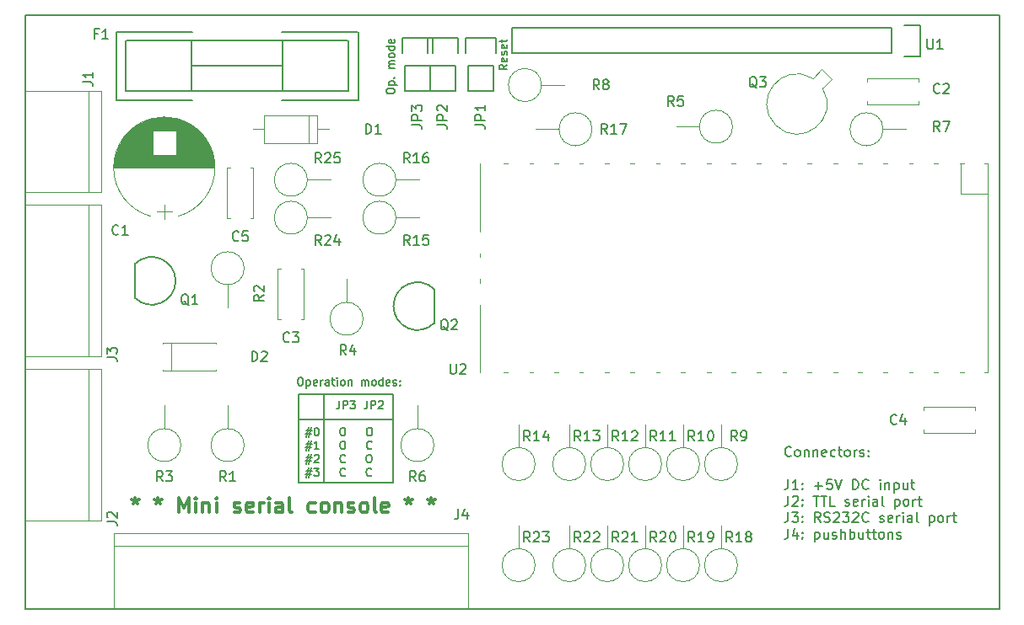
<source format=gbr>
G04 #@! TF.FileFunction,Legend,Top*
%FSLAX46Y46*%
G04 Gerber Fmt 4.6, Leading zero omitted, Abs format (unit mm)*
G04 Created by KiCad (PCBNEW 4.0.5+dfsg1-4+deb9u1) date Wed Oct 19 21:41:23 2022*
%MOMM*%
%LPD*%
G01*
G04 APERTURE LIST*
%ADD10C,0.100000*%
%ADD11C,0.150000*%
%ADD12C,0.300000*%
%ADD13C,0.120000*%
G04 APERTURE END LIST*
D10*
D11*
X123444000Y-115824000D02*
X132969000Y-115824000D01*
X132969000Y-106934000D02*
X123444000Y-106934000D01*
X127545668Y-107565905D02*
X127545668Y-108137333D01*
X127507572Y-108251619D01*
X127431382Y-108327810D01*
X127317096Y-108365905D01*
X127240906Y-108365905D01*
X127926620Y-108365905D02*
X127926620Y-107565905D01*
X128231382Y-107565905D01*
X128307573Y-107604000D01*
X128345668Y-107642095D01*
X128383763Y-107718286D01*
X128383763Y-107832571D01*
X128345668Y-107908762D01*
X128307573Y-107946857D01*
X128231382Y-107984952D01*
X127926620Y-107984952D01*
X128650430Y-107565905D02*
X129145668Y-107565905D01*
X128879001Y-107870667D01*
X128993287Y-107870667D01*
X129069477Y-107908762D01*
X129107573Y-107946857D01*
X129145668Y-108023048D01*
X129145668Y-108213524D01*
X129107573Y-108289714D01*
X129069477Y-108327810D01*
X128993287Y-108365905D01*
X128764715Y-108365905D01*
X128688525Y-108327810D01*
X128650430Y-108289714D01*
X130326621Y-107565905D02*
X130326621Y-108137333D01*
X130288525Y-108251619D01*
X130212335Y-108327810D01*
X130098049Y-108365905D01*
X130021859Y-108365905D01*
X130707573Y-108365905D02*
X130707573Y-107565905D01*
X131012335Y-107565905D01*
X131088526Y-107604000D01*
X131126621Y-107642095D01*
X131164716Y-107718286D01*
X131164716Y-107832571D01*
X131126621Y-107908762D01*
X131088526Y-107946857D01*
X131012335Y-107984952D01*
X130707573Y-107984952D01*
X131469478Y-107642095D02*
X131507573Y-107604000D01*
X131583764Y-107565905D01*
X131774240Y-107565905D01*
X131850430Y-107604000D01*
X131888526Y-107642095D01*
X131926621Y-107718286D01*
X131926621Y-107794476D01*
X131888526Y-107908762D01*
X131431383Y-108365905D01*
X131926621Y-108365905D01*
X124231381Y-110532571D02*
X124802810Y-110532571D01*
X124459952Y-110189714D02*
X124231381Y-111218286D01*
X124726619Y-110875429D02*
X124155190Y-110875429D01*
X124498048Y-111218286D02*
X124726619Y-110189714D01*
X125221857Y-110265905D02*
X125298048Y-110265905D01*
X125374238Y-110304000D01*
X125412333Y-110342095D01*
X125450429Y-110418286D01*
X125488524Y-110570667D01*
X125488524Y-110761143D01*
X125450429Y-110913524D01*
X125412333Y-110989714D01*
X125374238Y-111027810D01*
X125298048Y-111065905D01*
X125221857Y-111065905D01*
X125145667Y-111027810D01*
X125107571Y-110989714D01*
X125069476Y-110913524D01*
X125031381Y-110761143D01*
X125031381Y-110570667D01*
X125069476Y-110418286D01*
X125107571Y-110342095D01*
X125145667Y-110304000D01*
X125221857Y-110265905D01*
X127812334Y-110265905D02*
X127964715Y-110265905D01*
X128040906Y-110304000D01*
X128117096Y-110380190D01*
X128155191Y-110532571D01*
X128155191Y-110799238D01*
X128117096Y-110951619D01*
X128040906Y-111027810D01*
X127964715Y-111065905D01*
X127812334Y-111065905D01*
X127736144Y-111027810D01*
X127659953Y-110951619D01*
X127621858Y-110799238D01*
X127621858Y-110532571D01*
X127659953Y-110380190D01*
X127736144Y-110304000D01*
X127812334Y-110265905D01*
X130479001Y-110265905D02*
X130631382Y-110265905D01*
X130707573Y-110304000D01*
X130783763Y-110380190D01*
X130821858Y-110532571D01*
X130821858Y-110799238D01*
X130783763Y-110951619D01*
X130707573Y-111027810D01*
X130631382Y-111065905D01*
X130479001Y-111065905D01*
X130402811Y-111027810D01*
X130326620Y-110951619D01*
X130288525Y-110799238D01*
X130288525Y-110532571D01*
X130326620Y-110380190D01*
X130402811Y-110304000D01*
X130479001Y-110265905D01*
X124231381Y-111882571D02*
X124802810Y-111882571D01*
X124459952Y-111539714D02*
X124231381Y-112568286D01*
X124726619Y-112225429D02*
X124155190Y-112225429D01*
X124498048Y-112568286D02*
X124726619Y-111539714D01*
X125488524Y-112415905D02*
X125031381Y-112415905D01*
X125259952Y-112415905D02*
X125259952Y-111615905D01*
X125183762Y-111730190D01*
X125107571Y-111806381D01*
X125031381Y-111844476D01*
X127812334Y-111615905D02*
X127964715Y-111615905D01*
X128040906Y-111654000D01*
X128117096Y-111730190D01*
X128155191Y-111882571D01*
X128155191Y-112149238D01*
X128117096Y-112301619D01*
X128040906Y-112377810D01*
X127964715Y-112415905D01*
X127812334Y-112415905D01*
X127736144Y-112377810D01*
X127659953Y-112301619D01*
X127621858Y-112149238D01*
X127621858Y-111882571D01*
X127659953Y-111730190D01*
X127736144Y-111654000D01*
X127812334Y-111615905D01*
X130783763Y-112339714D02*
X130745668Y-112377810D01*
X130631382Y-112415905D01*
X130555192Y-112415905D01*
X130440906Y-112377810D01*
X130364715Y-112301619D01*
X130326620Y-112225429D01*
X130288525Y-112073048D01*
X130288525Y-111958762D01*
X130326620Y-111806381D01*
X130364715Y-111730190D01*
X130440906Y-111654000D01*
X130555192Y-111615905D01*
X130631382Y-111615905D01*
X130745668Y-111654000D01*
X130783763Y-111692095D01*
X124231381Y-113232571D02*
X124802810Y-113232571D01*
X124459952Y-112889714D02*
X124231381Y-113918286D01*
X124726619Y-113575429D02*
X124155190Y-113575429D01*
X124498048Y-113918286D02*
X124726619Y-112889714D01*
X125031381Y-113042095D02*
X125069476Y-113004000D01*
X125145667Y-112965905D01*
X125336143Y-112965905D01*
X125412333Y-113004000D01*
X125450429Y-113042095D01*
X125488524Y-113118286D01*
X125488524Y-113194476D01*
X125450429Y-113308762D01*
X124993286Y-113765905D01*
X125488524Y-113765905D01*
X128117096Y-113689714D02*
X128079001Y-113727810D01*
X127964715Y-113765905D01*
X127888525Y-113765905D01*
X127774239Y-113727810D01*
X127698048Y-113651619D01*
X127659953Y-113575429D01*
X127621858Y-113423048D01*
X127621858Y-113308762D01*
X127659953Y-113156381D01*
X127698048Y-113080190D01*
X127774239Y-113004000D01*
X127888525Y-112965905D01*
X127964715Y-112965905D01*
X128079001Y-113004000D01*
X128117096Y-113042095D01*
X130440906Y-112965905D02*
X130593287Y-112965905D01*
X130669478Y-113004000D01*
X130745668Y-113080190D01*
X130783763Y-113232571D01*
X130783763Y-113499238D01*
X130745668Y-113651619D01*
X130669478Y-113727810D01*
X130593287Y-113765905D01*
X130440906Y-113765905D01*
X130364716Y-113727810D01*
X130288525Y-113651619D01*
X130250430Y-113499238D01*
X130250430Y-113232571D01*
X130288525Y-113080190D01*
X130364716Y-113004000D01*
X130440906Y-112965905D01*
X124231381Y-114582571D02*
X124802810Y-114582571D01*
X124459952Y-114239714D02*
X124231381Y-115268286D01*
X124726619Y-114925429D02*
X124155190Y-114925429D01*
X124498048Y-115268286D02*
X124726619Y-114239714D01*
X124993286Y-114315905D02*
X125488524Y-114315905D01*
X125221857Y-114620667D01*
X125336143Y-114620667D01*
X125412333Y-114658762D01*
X125450429Y-114696857D01*
X125488524Y-114773048D01*
X125488524Y-114963524D01*
X125450429Y-115039714D01*
X125412333Y-115077810D01*
X125336143Y-115115905D01*
X125107571Y-115115905D01*
X125031381Y-115077810D01*
X124993286Y-115039714D01*
X128117096Y-115039714D02*
X128079001Y-115077810D01*
X127964715Y-115115905D01*
X127888525Y-115115905D01*
X127774239Y-115077810D01*
X127698048Y-115001619D01*
X127659953Y-114925429D01*
X127621858Y-114773048D01*
X127621858Y-114658762D01*
X127659953Y-114506381D01*
X127698048Y-114430190D01*
X127774239Y-114354000D01*
X127888525Y-114315905D01*
X127964715Y-114315905D01*
X128079001Y-114354000D01*
X128117096Y-114392095D01*
X130745668Y-115039714D02*
X130707573Y-115077810D01*
X130593287Y-115115905D01*
X130517097Y-115115905D01*
X130402811Y-115077810D01*
X130326620Y-115001619D01*
X130288525Y-114925429D01*
X130250430Y-114773048D01*
X130250430Y-114658762D01*
X130288525Y-114506381D01*
X130326620Y-114430190D01*
X130402811Y-114354000D01*
X130517097Y-114315905D01*
X130593287Y-114315905D01*
X130707573Y-114354000D01*
X130745668Y-114392095D01*
X123444000Y-109474000D02*
X132969000Y-109474000D01*
X132276905Y-76492143D02*
X132276905Y-76339762D01*
X132315000Y-76263571D01*
X132391190Y-76187381D01*
X132543571Y-76149286D01*
X132810238Y-76149286D01*
X132962619Y-76187381D01*
X133038810Y-76263571D01*
X133076905Y-76339762D01*
X133076905Y-76492143D01*
X133038810Y-76568333D01*
X132962619Y-76644524D01*
X132810238Y-76682619D01*
X132543571Y-76682619D01*
X132391190Y-76644524D01*
X132315000Y-76568333D01*
X132276905Y-76492143D01*
X132543571Y-75806429D02*
X133343571Y-75806429D01*
X132581667Y-75806429D02*
X132543571Y-75730238D01*
X132543571Y-75577857D01*
X132581667Y-75501667D01*
X132619762Y-75463572D01*
X132695952Y-75425476D01*
X132924524Y-75425476D01*
X133000714Y-75463572D01*
X133038810Y-75501667D01*
X133076905Y-75577857D01*
X133076905Y-75730238D01*
X133038810Y-75806429D01*
X133000714Y-75082619D02*
X133038810Y-75044524D01*
X133076905Y-75082619D01*
X133038810Y-75120714D01*
X133000714Y-75082619D01*
X133076905Y-75082619D01*
X133076905Y-74092143D02*
X132543571Y-74092143D01*
X132619762Y-74092143D02*
X132581667Y-74054048D01*
X132543571Y-73977857D01*
X132543571Y-73863571D01*
X132581667Y-73787381D01*
X132657857Y-73749286D01*
X133076905Y-73749286D01*
X132657857Y-73749286D02*
X132581667Y-73711190D01*
X132543571Y-73635000D01*
X132543571Y-73520714D01*
X132581667Y-73444524D01*
X132657857Y-73406429D01*
X133076905Y-73406429D01*
X133076905Y-72911190D02*
X133038810Y-72987381D01*
X133000714Y-73025476D01*
X132924524Y-73063571D01*
X132695952Y-73063571D01*
X132619762Y-73025476D01*
X132581667Y-72987381D01*
X132543571Y-72911190D01*
X132543571Y-72796904D01*
X132581667Y-72720714D01*
X132619762Y-72682619D01*
X132695952Y-72644523D01*
X132924524Y-72644523D01*
X133000714Y-72682619D01*
X133038810Y-72720714D01*
X133076905Y-72796904D01*
X133076905Y-72911190D01*
X133076905Y-71958809D02*
X132276905Y-71958809D01*
X133038810Y-71958809D02*
X133076905Y-72034999D01*
X133076905Y-72187380D01*
X133038810Y-72263571D01*
X133000714Y-72301666D01*
X132924524Y-72339761D01*
X132695952Y-72339761D01*
X132619762Y-72301666D01*
X132581667Y-72263571D01*
X132543571Y-72187380D01*
X132543571Y-72034999D01*
X132581667Y-71958809D01*
X133038810Y-71273094D02*
X133076905Y-71349284D01*
X133076905Y-71501665D01*
X133038810Y-71577856D01*
X132962619Y-71615951D01*
X132657857Y-71615951D01*
X132581667Y-71577856D01*
X132543571Y-71501665D01*
X132543571Y-71349284D01*
X132581667Y-71273094D01*
X132657857Y-71234999D01*
X132734048Y-71234999D01*
X132810238Y-71615951D01*
X123571618Y-105225905D02*
X123723999Y-105225905D01*
X123800190Y-105264000D01*
X123876380Y-105340190D01*
X123914475Y-105492571D01*
X123914475Y-105759238D01*
X123876380Y-105911619D01*
X123800190Y-105987810D01*
X123723999Y-106025905D01*
X123571618Y-106025905D01*
X123495428Y-105987810D01*
X123419237Y-105911619D01*
X123381142Y-105759238D01*
X123381142Y-105492571D01*
X123419237Y-105340190D01*
X123495428Y-105264000D01*
X123571618Y-105225905D01*
X124257332Y-105492571D02*
X124257332Y-106292571D01*
X124257332Y-105530667D02*
X124333523Y-105492571D01*
X124485904Y-105492571D01*
X124562094Y-105530667D01*
X124600189Y-105568762D01*
X124638285Y-105644952D01*
X124638285Y-105873524D01*
X124600189Y-105949714D01*
X124562094Y-105987810D01*
X124485904Y-106025905D01*
X124333523Y-106025905D01*
X124257332Y-105987810D01*
X125285904Y-105987810D02*
X125209714Y-106025905D01*
X125057333Y-106025905D01*
X124981142Y-105987810D01*
X124943047Y-105911619D01*
X124943047Y-105606857D01*
X124981142Y-105530667D01*
X125057333Y-105492571D01*
X125209714Y-105492571D01*
X125285904Y-105530667D01*
X125323999Y-105606857D01*
X125323999Y-105683048D01*
X124943047Y-105759238D01*
X125666856Y-106025905D02*
X125666856Y-105492571D01*
X125666856Y-105644952D02*
X125704951Y-105568762D01*
X125743047Y-105530667D01*
X125819237Y-105492571D01*
X125895428Y-105492571D01*
X126504951Y-106025905D02*
X126504951Y-105606857D01*
X126466856Y-105530667D01*
X126390666Y-105492571D01*
X126238285Y-105492571D01*
X126162094Y-105530667D01*
X126504951Y-105987810D02*
X126428761Y-106025905D01*
X126238285Y-106025905D01*
X126162094Y-105987810D01*
X126123999Y-105911619D01*
X126123999Y-105835429D01*
X126162094Y-105759238D01*
X126238285Y-105721143D01*
X126428761Y-105721143D01*
X126504951Y-105683048D01*
X126771618Y-105492571D02*
X127076380Y-105492571D01*
X126885904Y-105225905D02*
X126885904Y-105911619D01*
X126923999Y-105987810D01*
X127000190Y-106025905D01*
X127076380Y-106025905D01*
X127343047Y-106025905D02*
X127343047Y-105492571D01*
X127343047Y-105225905D02*
X127304952Y-105264000D01*
X127343047Y-105302095D01*
X127381142Y-105264000D01*
X127343047Y-105225905D01*
X127343047Y-105302095D01*
X127838285Y-106025905D02*
X127762094Y-105987810D01*
X127723999Y-105949714D01*
X127685904Y-105873524D01*
X127685904Y-105644952D01*
X127723999Y-105568762D01*
X127762094Y-105530667D01*
X127838285Y-105492571D01*
X127952571Y-105492571D01*
X128028761Y-105530667D01*
X128066856Y-105568762D01*
X128104952Y-105644952D01*
X128104952Y-105873524D01*
X128066856Y-105949714D01*
X128028761Y-105987810D01*
X127952571Y-106025905D01*
X127838285Y-106025905D01*
X128447809Y-105492571D02*
X128447809Y-106025905D01*
X128447809Y-105568762D02*
X128485904Y-105530667D01*
X128562095Y-105492571D01*
X128676381Y-105492571D01*
X128752571Y-105530667D01*
X128790666Y-105606857D01*
X128790666Y-106025905D01*
X129781143Y-106025905D02*
X129781143Y-105492571D01*
X129781143Y-105568762D02*
X129819238Y-105530667D01*
X129895429Y-105492571D01*
X130009715Y-105492571D01*
X130085905Y-105530667D01*
X130124000Y-105606857D01*
X130124000Y-106025905D01*
X130124000Y-105606857D02*
X130162096Y-105530667D01*
X130238286Y-105492571D01*
X130352572Y-105492571D01*
X130428762Y-105530667D01*
X130466857Y-105606857D01*
X130466857Y-106025905D01*
X130962096Y-106025905D02*
X130885905Y-105987810D01*
X130847810Y-105949714D01*
X130809715Y-105873524D01*
X130809715Y-105644952D01*
X130847810Y-105568762D01*
X130885905Y-105530667D01*
X130962096Y-105492571D01*
X131076382Y-105492571D01*
X131152572Y-105530667D01*
X131190667Y-105568762D01*
X131228763Y-105644952D01*
X131228763Y-105873524D01*
X131190667Y-105949714D01*
X131152572Y-105987810D01*
X131076382Y-106025905D01*
X130962096Y-106025905D01*
X131914477Y-106025905D02*
X131914477Y-105225905D01*
X131914477Y-105987810D02*
X131838287Y-106025905D01*
X131685906Y-106025905D01*
X131609715Y-105987810D01*
X131571620Y-105949714D01*
X131533525Y-105873524D01*
X131533525Y-105644952D01*
X131571620Y-105568762D01*
X131609715Y-105530667D01*
X131685906Y-105492571D01*
X131838287Y-105492571D01*
X131914477Y-105530667D01*
X132600192Y-105987810D02*
X132524002Y-106025905D01*
X132371621Y-106025905D01*
X132295430Y-105987810D01*
X132257335Y-105911619D01*
X132257335Y-105606857D01*
X132295430Y-105530667D01*
X132371621Y-105492571D01*
X132524002Y-105492571D01*
X132600192Y-105530667D01*
X132638287Y-105606857D01*
X132638287Y-105683048D01*
X132257335Y-105759238D01*
X132943049Y-105987810D02*
X133019239Y-106025905D01*
X133171620Y-106025905D01*
X133247811Y-105987810D01*
X133285906Y-105911619D01*
X133285906Y-105873524D01*
X133247811Y-105797333D01*
X133171620Y-105759238D01*
X133057335Y-105759238D01*
X132981144Y-105721143D01*
X132943049Y-105644952D01*
X132943049Y-105606857D01*
X132981144Y-105530667D01*
X133057335Y-105492571D01*
X133171620Y-105492571D01*
X133247811Y-105530667D01*
X133628763Y-105949714D02*
X133666858Y-105987810D01*
X133628763Y-106025905D01*
X133590668Y-105987810D01*
X133628763Y-105949714D01*
X133628763Y-106025905D01*
X133628763Y-105530667D02*
X133666858Y-105568762D01*
X133628763Y-105606857D01*
X133590668Y-105568762D01*
X133628763Y-105530667D01*
X133628763Y-105606857D01*
X125984000Y-106934000D02*
X125984000Y-115824000D01*
X123444000Y-106934000D02*
X123444000Y-115824000D01*
X132969000Y-115824000D02*
X132969000Y-106934000D01*
X144379905Y-73774381D02*
X143998952Y-74041048D01*
X144379905Y-74231524D02*
X143579905Y-74231524D01*
X143579905Y-73926762D01*
X143618000Y-73850571D01*
X143656095Y-73812476D01*
X143732286Y-73774381D01*
X143846571Y-73774381D01*
X143922762Y-73812476D01*
X143960857Y-73850571D01*
X143998952Y-73926762D01*
X143998952Y-74231524D01*
X144341810Y-73126762D02*
X144379905Y-73202952D01*
X144379905Y-73355333D01*
X144341810Y-73431524D01*
X144265619Y-73469619D01*
X143960857Y-73469619D01*
X143884667Y-73431524D01*
X143846571Y-73355333D01*
X143846571Y-73202952D01*
X143884667Y-73126762D01*
X143960857Y-73088667D01*
X144037048Y-73088667D01*
X144113238Y-73469619D01*
X144341810Y-72783905D02*
X144379905Y-72707715D01*
X144379905Y-72555334D01*
X144341810Y-72479143D01*
X144265619Y-72441048D01*
X144227524Y-72441048D01*
X144151333Y-72479143D01*
X144113238Y-72555334D01*
X144113238Y-72669619D01*
X144075143Y-72745810D01*
X143998952Y-72783905D01*
X143960857Y-72783905D01*
X143884667Y-72745810D01*
X143846571Y-72669619D01*
X143846571Y-72555334D01*
X143884667Y-72479143D01*
X144341810Y-71793429D02*
X144379905Y-71869619D01*
X144379905Y-72022000D01*
X144341810Y-72098191D01*
X144265619Y-72136286D01*
X143960857Y-72136286D01*
X143884667Y-72098191D01*
X143846571Y-72022000D01*
X143846571Y-71869619D01*
X143884667Y-71793429D01*
X143960857Y-71755334D01*
X144037048Y-71755334D01*
X144113238Y-72136286D01*
X143846571Y-71526763D02*
X143846571Y-71222001D01*
X143579905Y-71412477D02*
X144265619Y-71412477D01*
X144341810Y-71374382D01*
X144379905Y-71298191D01*
X144379905Y-71222001D01*
D12*
X107062858Y-117288571D02*
X107062858Y-117645714D01*
X106705715Y-117502857D02*
X107062858Y-117645714D01*
X107420000Y-117502857D01*
X106848572Y-117931429D02*
X107062858Y-117645714D01*
X107277143Y-117931429D01*
X109348572Y-117288571D02*
X109348572Y-117645714D01*
X108991429Y-117502857D02*
X109348572Y-117645714D01*
X109705714Y-117502857D01*
X109134286Y-117931429D02*
X109348572Y-117645714D01*
X109562857Y-117931429D01*
X111420000Y-118788571D02*
X111420000Y-117288571D01*
X111920000Y-118360000D01*
X112420000Y-117288571D01*
X112420000Y-118788571D01*
X113134286Y-118788571D02*
X113134286Y-117788571D01*
X113134286Y-117288571D02*
X113062857Y-117360000D01*
X113134286Y-117431429D01*
X113205714Y-117360000D01*
X113134286Y-117288571D01*
X113134286Y-117431429D01*
X113848572Y-117788571D02*
X113848572Y-118788571D01*
X113848572Y-117931429D02*
X113920000Y-117860000D01*
X114062858Y-117788571D01*
X114277143Y-117788571D01*
X114420000Y-117860000D01*
X114491429Y-118002857D01*
X114491429Y-118788571D01*
X115205715Y-118788571D02*
X115205715Y-117788571D01*
X115205715Y-117288571D02*
X115134286Y-117360000D01*
X115205715Y-117431429D01*
X115277143Y-117360000D01*
X115205715Y-117288571D01*
X115205715Y-117431429D01*
X116991429Y-118717143D02*
X117134286Y-118788571D01*
X117420001Y-118788571D01*
X117562858Y-118717143D01*
X117634286Y-118574286D01*
X117634286Y-118502857D01*
X117562858Y-118360000D01*
X117420001Y-118288571D01*
X117205715Y-118288571D01*
X117062858Y-118217143D01*
X116991429Y-118074286D01*
X116991429Y-118002857D01*
X117062858Y-117860000D01*
X117205715Y-117788571D01*
X117420001Y-117788571D01*
X117562858Y-117860000D01*
X118848572Y-118717143D02*
X118705715Y-118788571D01*
X118420001Y-118788571D01*
X118277144Y-118717143D01*
X118205715Y-118574286D01*
X118205715Y-118002857D01*
X118277144Y-117860000D01*
X118420001Y-117788571D01*
X118705715Y-117788571D01*
X118848572Y-117860000D01*
X118920001Y-118002857D01*
X118920001Y-118145714D01*
X118205715Y-118288571D01*
X119562858Y-118788571D02*
X119562858Y-117788571D01*
X119562858Y-118074286D02*
X119634286Y-117931429D01*
X119705715Y-117860000D01*
X119848572Y-117788571D01*
X119991429Y-117788571D01*
X120491429Y-118788571D02*
X120491429Y-117788571D01*
X120491429Y-117288571D02*
X120420000Y-117360000D01*
X120491429Y-117431429D01*
X120562857Y-117360000D01*
X120491429Y-117288571D01*
X120491429Y-117431429D01*
X121848572Y-118788571D02*
X121848572Y-118002857D01*
X121777143Y-117860000D01*
X121634286Y-117788571D01*
X121348572Y-117788571D01*
X121205715Y-117860000D01*
X121848572Y-118717143D02*
X121705715Y-118788571D01*
X121348572Y-118788571D01*
X121205715Y-118717143D01*
X121134286Y-118574286D01*
X121134286Y-118431429D01*
X121205715Y-118288571D01*
X121348572Y-118217143D01*
X121705715Y-118217143D01*
X121848572Y-118145714D01*
X122777144Y-118788571D02*
X122634286Y-118717143D01*
X122562858Y-118574286D01*
X122562858Y-117288571D01*
X125134286Y-118717143D02*
X124991429Y-118788571D01*
X124705715Y-118788571D01*
X124562857Y-118717143D01*
X124491429Y-118645714D01*
X124420000Y-118502857D01*
X124420000Y-118074286D01*
X124491429Y-117931429D01*
X124562857Y-117860000D01*
X124705715Y-117788571D01*
X124991429Y-117788571D01*
X125134286Y-117860000D01*
X125991429Y-118788571D02*
X125848571Y-118717143D01*
X125777143Y-118645714D01*
X125705714Y-118502857D01*
X125705714Y-118074286D01*
X125777143Y-117931429D01*
X125848571Y-117860000D01*
X125991429Y-117788571D01*
X126205714Y-117788571D01*
X126348571Y-117860000D01*
X126420000Y-117931429D01*
X126491429Y-118074286D01*
X126491429Y-118502857D01*
X126420000Y-118645714D01*
X126348571Y-118717143D01*
X126205714Y-118788571D01*
X125991429Y-118788571D01*
X127134286Y-117788571D02*
X127134286Y-118788571D01*
X127134286Y-117931429D02*
X127205714Y-117860000D01*
X127348572Y-117788571D01*
X127562857Y-117788571D01*
X127705714Y-117860000D01*
X127777143Y-118002857D01*
X127777143Y-118788571D01*
X128420000Y-118717143D02*
X128562857Y-118788571D01*
X128848572Y-118788571D01*
X128991429Y-118717143D01*
X129062857Y-118574286D01*
X129062857Y-118502857D01*
X128991429Y-118360000D01*
X128848572Y-118288571D01*
X128634286Y-118288571D01*
X128491429Y-118217143D01*
X128420000Y-118074286D01*
X128420000Y-118002857D01*
X128491429Y-117860000D01*
X128634286Y-117788571D01*
X128848572Y-117788571D01*
X128991429Y-117860000D01*
X129920001Y-118788571D02*
X129777143Y-118717143D01*
X129705715Y-118645714D01*
X129634286Y-118502857D01*
X129634286Y-118074286D01*
X129705715Y-117931429D01*
X129777143Y-117860000D01*
X129920001Y-117788571D01*
X130134286Y-117788571D01*
X130277143Y-117860000D01*
X130348572Y-117931429D01*
X130420001Y-118074286D01*
X130420001Y-118502857D01*
X130348572Y-118645714D01*
X130277143Y-118717143D01*
X130134286Y-118788571D01*
X129920001Y-118788571D01*
X131277144Y-118788571D02*
X131134286Y-118717143D01*
X131062858Y-118574286D01*
X131062858Y-117288571D01*
X132420000Y-118717143D02*
X132277143Y-118788571D01*
X131991429Y-118788571D01*
X131848572Y-118717143D01*
X131777143Y-118574286D01*
X131777143Y-118002857D01*
X131848572Y-117860000D01*
X131991429Y-117788571D01*
X132277143Y-117788571D01*
X132420000Y-117860000D01*
X132491429Y-118002857D01*
X132491429Y-118145714D01*
X131777143Y-118288571D01*
X134491429Y-117288571D02*
X134491429Y-117645714D01*
X134134286Y-117502857D02*
X134491429Y-117645714D01*
X134848571Y-117502857D01*
X134277143Y-117931429D02*
X134491429Y-117645714D01*
X134705714Y-117931429D01*
X136777143Y-117288571D02*
X136777143Y-117645714D01*
X136420000Y-117502857D02*
X136777143Y-117645714D01*
X137134285Y-117502857D01*
X136562857Y-117931429D02*
X136777143Y-117645714D01*
X136991428Y-117931429D01*
D11*
X172894524Y-113072143D02*
X172846905Y-113119762D01*
X172704048Y-113167381D01*
X172608810Y-113167381D01*
X172465952Y-113119762D01*
X172370714Y-113024524D01*
X172323095Y-112929286D01*
X172275476Y-112738810D01*
X172275476Y-112595952D01*
X172323095Y-112405476D01*
X172370714Y-112310238D01*
X172465952Y-112215000D01*
X172608810Y-112167381D01*
X172704048Y-112167381D01*
X172846905Y-112215000D01*
X172894524Y-112262619D01*
X173465952Y-113167381D02*
X173370714Y-113119762D01*
X173323095Y-113072143D01*
X173275476Y-112976905D01*
X173275476Y-112691190D01*
X173323095Y-112595952D01*
X173370714Y-112548333D01*
X173465952Y-112500714D01*
X173608810Y-112500714D01*
X173704048Y-112548333D01*
X173751667Y-112595952D01*
X173799286Y-112691190D01*
X173799286Y-112976905D01*
X173751667Y-113072143D01*
X173704048Y-113119762D01*
X173608810Y-113167381D01*
X173465952Y-113167381D01*
X174227857Y-112500714D02*
X174227857Y-113167381D01*
X174227857Y-112595952D02*
X174275476Y-112548333D01*
X174370714Y-112500714D01*
X174513572Y-112500714D01*
X174608810Y-112548333D01*
X174656429Y-112643571D01*
X174656429Y-113167381D01*
X175132619Y-112500714D02*
X175132619Y-113167381D01*
X175132619Y-112595952D02*
X175180238Y-112548333D01*
X175275476Y-112500714D01*
X175418334Y-112500714D01*
X175513572Y-112548333D01*
X175561191Y-112643571D01*
X175561191Y-113167381D01*
X176418334Y-113119762D02*
X176323096Y-113167381D01*
X176132619Y-113167381D01*
X176037381Y-113119762D01*
X175989762Y-113024524D01*
X175989762Y-112643571D01*
X176037381Y-112548333D01*
X176132619Y-112500714D01*
X176323096Y-112500714D01*
X176418334Y-112548333D01*
X176465953Y-112643571D01*
X176465953Y-112738810D01*
X175989762Y-112834048D01*
X177323096Y-113119762D02*
X177227858Y-113167381D01*
X177037381Y-113167381D01*
X176942143Y-113119762D01*
X176894524Y-113072143D01*
X176846905Y-112976905D01*
X176846905Y-112691190D01*
X176894524Y-112595952D01*
X176942143Y-112548333D01*
X177037381Y-112500714D01*
X177227858Y-112500714D01*
X177323096Y-112548333D01*
X177608810Y-112500714D02*
X177989762Y-112500714D01*
X177751667Y-112167381D02*
X177751667Y-113024524D01*
X177799286Y-113119762D01*
X177894524Y-113167381D01*
X177989762Y-113167381D01*
X178465953Y-113167381D02*
X178370715Y-113119762D01*
X178323096Y-113072143D01*
X178275477Y-112976905D01*
X178275477Y-112691190D01*
X178323096Y-112595952D01*
X178370715Y-112548333D01*
X178465953Y-112500714D01*
X178608811Y-112500714D01*
X178704049Y-112548333D01*
X178751668Y-112595952D01*
X178799287Y-112691190D01*
X178799287Y-112976905D01*
X178751668Y-113072143D01*
X178704049Y-113119762D01*
X178608811Y-113167381D01*
X178465953Y-113167381D01*
X179227858Y-113167381D02*
X179227858Y-112500714D01*
X179227858Y-112691190D02*
X179275477Y-112595952D01*
X179323096Y-112548333D01*
X179418334Y-112500714D01*
X179513573Y-112500714D01*
X179799287Y-113119762D02*
X179894525Y-113167381D01*
X180085001Y-113167381D01*
X180180240Y-113119762D01*
X180227859Y-113024524D01*
X180227859Y-112976905D01*
X180180240Y-112881667D01*
X180085001Y-112834048D01*
X179942144Y-112834048D01*
X179846906Y-112786429D01*
X179799287Y-112691190D01*
X179799287Y-112643571D01*
X179846906Y-112548333D01*
X179942144Y-112500714D01*
X180085001Y-112500714D01*
X180180240Y-112548333D01*
X180656430Y-113072143D02*
X180704049Y-113119762D01*
X180656430Y-113167381D01*
X180608811Y-113119762D01*
X180656430Y-113072143D01*
X180656430Y-113167381D01*
X180656430Y-112548333D02*
X180704049Y-112595952D01*
X180656430Y-112643571D01*
X180608811Y-112595952D01*
X180656430Y-112548333D01*
X180656430Y-112643571D01*
X172608810Y-115467381D02*
X172608810Y-116181667D01*
X172561190Y-116324524D01*
X172465952Y-116419762D01*
X172323095Y-116467381D01*
X172227857Y-116467381D01*
X173608810Y-116467381D02*
X173037381Y-116467381D01*
X173323095Y-116467381D02*
X173323095Y-115467381D01*
X173227857Y-115610238D01*
X173132619Y-115705476D01*
X173037381Y-115753095D01*
X174037381Y-116372143D02*
X174085000Y-116419762D01*
X174037381Y-116467381D01*
X173989762Y-116419762D01*
X174037381Y-116372143D01*
X174037381Y-116467381D01*
X174037381Y-115848333D02*
X174085000Y-115895952D01*
X174037381Y-115943571D01*
X173989762Y-115895952D01*
X174037381Y-115848333D01*
X174037381Y-115943571D01*
X175275476Y-116086429D02*
X176037381Y-116086429D01*
X175656429Y-116467381D02*
X175656429Y-115705476D01*
X176989762Y-115467381D02*
X176513571Y-115467381D01*
X176465952Y-115943571D01*
X176513571Y-115895952D01*
X176608809Y-115848333D01*
X176846905Y-115848333D01*
X176942143Y-115895952D01*
X176989762Y-115943571D01*
X177037381Y-116038810D01*
X177037381Y-116276905D01*
X176989762Y-116372143D01*
X176942143Y-116419762D01*
X176846905Y-116467381D01*
X176608809Y-116467381D01*
X176513571Y-116419762D01*
X176465952Y-116372143D01*
X177323095Y-115467381D02*
X177656428Y-116467381D01*
X177989762Y-115467381D01*
X179085000Y-116467381D02*
X179085000Y-115467381D01*
X179323095Y-115467381D01*
X179465953Y-115515000D01*
X179561191Y-115610238D01*
X179608810Y-115705476D01*
X179656429Y-115895952D01*
X179656429Y-116038810D01*
X179608810Y-116229286D01*
X179561191Y-116324524D01*
X179465953Y-116419762D01*
X179323095Y-116467381D01*
X179085000Y-116467381D01*
X180656429Y-116372143D02*
X180608810Y-116419762D01*
X180465953Y-116467381D01*
X180370715Y-116467381D01*
X180227857Y-116419762D01*
X180132619Y-116324524D01*
X180085000Y-116229286D01*
X180037381Y-116038810D01*
X180037381Y-115895952D01*
X180085000Y-115705476D01*
X180132619Y-115610238D01*
X180227857Y-115515000D01*
X180370715Y-115467381D01*
X180465953Y-115467381D01*
X180608810Y-115515000D01*
X180656429Y-115562619D01*
X181846905Y-116467381D02*
X181846905Y-115800714D01*
X181846905Y-115467381D02*
X181799286Y-115515000D01*
X181846905Y-115562619D01*
X181894524Y-115515000D01*
X181846905Y-115467381D01*
X181846905Y-115562619D01*
X182323095Y-115800714D02*
X182323095Y-116467381D01*
X182323095Y-115895952D02*
X182370714Y-115848333D01*
X182465952Y-115800714D01*
X182608810Y-115800714D01*
X182704048Y-115848333D01*
X182751667Y-115943571D01*
X182751667Y-116467381D01*
X183227857Y-115800714D02*
X183227857Y-116800714D01*
X183227857Y-115848333D02*
X183323095Y-115800714D01*
X183513572Y-115800714D01*
X183608810Y-115848333D01*
X183656429Y-115895952D01*
X183704048Y-115991190D01*
X183704048Y-116276905D01*
X183656429Y-116372143D01*
X183608810Y-116419762D01*
X183513572Y-116467381D01*
X183323095Y-116467381D01*
X183227857Y-116419762D01*
X184561191Y-115800714D02*
X184561191Y-116467381D01*
X184132619Y-115800714D02*
X184132619Y-116324524D01*
X184180238Y-116419762D01*
X184275476Y-116467381D01*
X184418334Y-116467381D01*
X184513572Y-116419762D01*
X184561191Y-116372143D01*
X184894524Y-115800714D02*
X185275476Y-115800714D01*
X185037381Y-115467381D02*
X185037381Y-116324524D01*
X185085000Y-116419762D01*
X185180238Y-116467381D01*
X185275476Y-116467381D01*
X172608810Y-117117381D02*
X172608810Y-117831667D01*
X172561190Y-117974524D01*
X172465952Y-118069762D01*
X172323095Y-118117381D01*
X172227857Y-118117381D01*
X173037381Y-117212619D02*
X173085000Y-117165000D01*
X173180238Y-117117381D01*
X173418334Y-117117381D01*
X173513572Y-117165000D01*
X173561191Y-117212619D01*
X173608810Y-117307857D01*
X173608810Y-117403095D01*
X173561191Y-117545952D01*
X172989762Y-118117381D01*
X173608810Y-118117381D01*
X174037381Y-118022143D02*
X174085000Y-118069762D01*
X174037381Y-118117381D01*
X173989762Y-118069762D01*
X174037381Y-118022143D01*
X174037381Y-118117381D01*
X174037381Y-117498333D02*
X174085000Y-117545952D01*
X174037381Y-117593571D01*
X173989762Y-117545952D01*
X174037381Y-117498333D01*
X174037381Y-117593571D01*
X175132619Y-117117381D02*
X175704048Y-117117381D01*
X175418333Y-118117381D02*
X175418333Y-117117381D01*
X175894524Y-117117381D02*
X176465953Y-117117381D01*
X176180238Y-118117381D02*
X176180238Y-117117381D01*
X177275477Y-118117381D02*
X176799286Y-118117381D01*
X176799286Y-117117381D01*
X178323096Y-118069762D02*
X178418334Y-118117381D01*
X178608810Y-118117381D01*
X178704049Y-118069762D01*
X178751668Y-117974524D01*
X178751668Y-117926905D01*
X178704049Y-117831667D01*
X178608810Y-117784048D01*
X178465953Y-117784048D01*
X178370715Y-117736429D01*
X178323096Y-117641190D01*
X178323096Y-117593571D01*
X178370715Y-117498333D01*
X178465953Y-117450714D01*
X178608810Y-117450714D01*
X178704049Y-117498333D01*
X179561192Y-118069762D02*
X179465954Y-118117381D01*
X179275477Y-118117381D01*
X179180239Y-118069762D01*
X179132620Y-117974524D01*
X179132620Y-117593571D01*
X179180239Y-117498333D01*
X179275477Y-117450714D01*
X179465954Y-117450714D01*
X179561192Y-117498333D01*
X179608811Y-117593571D01*
X179608811Y-117688810D01*
X179132620Y-117784048D01*
X180037382Y-118117381D02*
X180037382Y-117450714D01*
X180037382Y-117641190D02*
X180085001Y-117545952D01*
X180132620Y-117498333D01*
X180227858Y-117450714D01*
X180323097Y-117450714D01*
X180656430Y-118117381D02*
X180656430Y-117450714D01*
X180656430Y-117117381D02*
X180608811Y-117165000D01*
X180656430Y-117212619D01*
X180704049Y-117165000D01*
X180656430Y-117117381D01*
X180656430Y-117212619D01*
X181561192Y-118117381D02*
X181561192Y-117593571D01*
X181513573Y-117498333D01*
X181418335Y-117450714D01*
X181227858Y-117450714D01*
X181132620Y-117498333D01*
X181561192Y-118069762D02*
X181465954Y-118117381D01*
X181227858Y-118117381D01*
X181132620Y-118069762D01*
X181085001Y-117974524D01*
X181085001Y-117879286D01*
X181132620Y-117784048D01*
X181227858Y-117736429D01*
X181465954Y-117736429D01*
X181561192Y-117688810D01*
X182180239Y-118117381D02*
X182085001Y-118069762D01*
X182037382Y-117974524D01*
X182037382Y-117117381D01*
X183323097Y-117450714D02*
X183323097Y-118450714D01*
X183323097Y-117498333D02*
X183418335Y-117450714D01*
X183608812Y-117450714D01*
X183704050Y-117498333D01*
X183751669Y-117545952D01*
X183799288Y-117641190D01*
X183799288Y-117926905D01*
X183751669Y-118022143D01*
X183704050Y-118069762D01*
X183608812Y-118117381D01*
X183418335Y-118117381D01*
X183323097Y-118069762D01*
X184370716Y-118117381D02*
X184275478Y-118069762D01*
X184227859Y-118022143D01*
X184180240Y-117926905D01*
X184180240Y-117641190D01*
X184227859Y-117545952D01*
X184275478Y-117498333D01*
X184370716Y-117450714D01*
X184513574Y-117450714D01*
X184608812Y-117498333D01*
X184656431Y-117545952D01*
X184704050Y-117641190D01*
X184704050Y-117926905D01*
X184656431Y-118022143D01*
X184608812Y-118069762D01*
X184513574Y-118117381D01*
X184370716Y-118117381D01*
X185132621Y-118117381D02*
X185132621Y-117450714D01*
X185132621Y-117641190D02*
X185180240Y-117545952D01*
X185227859Y-117498333D01*
X185323097Y-117450714D01*
X185418336Y-117450714D01*
X185608812Y-117450714D02*
X185989764Y-117450714D01*
X185751669Y-117117381D02*
X185751669Y-117974524D01*
X185799288Y-118069762D01*
X185894526Y-118117381D01*
X185989764Y-118117381D01*
X172608810Y-118767381D02*
X172608810Y-119481667D01*
X172561190Y-119624524D01*
X172465952Y-119719762D01*
X172323095Y-119767381D01*
X172227857Y-119767381D01*
X172989762Y-118767381D02*
X173608810Y-118767381D01*
X173275476Y-119148333D01*
X173418334Y-119148333D01*
X173513572Y-119195952D01*
X173561191Y-119243571D01*
X173608810Y-119338810D01*
X173608810Y-119576905D01*
X173561191Y-119672143D01*
X173513572Y-119719762D01*
X173418334Y-119767381D01*
X173132619Y-119767381D01*
X173037381Y-119719762D01*
X172989762Y-119672143D01*
X174037381Y-119672143D02*
X174085000Y-119719762D01*
X174037381Y-119767381D01*
X173989762Y-119719762D01*
X174037381Y-119672143D01*
X174037381Y-119767381D01*
X174037381Y-119148333D02*
X174085000Y-119195952D01*
X174037381Y-119243571D01*
X173989762Y-119195952D01*
X174037381Y-119148333D01*
X174037381Y-119243571D01*
X175846905Y-119767381D02*
X175513571Y-119291190D01*
X175275476Y-119767381D02*
X175275476Y-118767381D01*
X175656429Y-118767381D01*
X175751667Y-118815000D01*
X175799286Y-118862619D01*
X175846905Y-118957857D01*
X175846905Y-119100714D01*
X175799286Y-119195952D01*
X175751667Y-119243571D01*
X175656429Y-119291190D01*
X175275476Y-119291190D01*
X176227857Y-119719762D02*
X176370714Y-119767381D01*
X176608810Y-119767381D01*
X176704048Y-119719762D01*
X176751667Y-119672143D01*
X176799286Y-119576905D01*
X176799286Y-119481667D01*
X176751667Y-119386429D01*
X176704048Y-119338810D01*
X176608810Y-119291190D01*
X176418333Y-119243571D01*
X176323095Y-119195952D01*
X176275476Y-119148333D01*
X176227857Y-119053095D01*
X176227857Y-118957857D01*
X176275476Y-118862619D01*
X176323095Y-118815000D01*
X176418333Y-118767381D01*
X176656429Y-118767381D01*
X176799286Y-118815000D01*
X177180238Y-118862619D02*
X177227857Y-118815000D01*
X177323095Y-118767381D01*
X177561191Y-118767381D01*
X177656429Y-118815000D01*
X177704048Y-118862619D01*
X177751667Y-118957857D01*
X177751667Y-119053095D01*
X177704048Y-119195952D01*
X177132619Y-119767381D01*
X177751667Y-119767381D01*
X178085000Y-118767381D02*
X178704048Y-118767381D01*
X178370714Y-119148333D01*
X178513572Y-119148333D01*
X178608810Y-119195952D01*
X178656429Y-119243571D01*
X178704048Y-119338810D01*
X178704048Y-119576905D01*
X178656429Y-119672143D01*
X178608810Y-119719762D01*
X178513572Y-119767381D01*
X178227857Y-119767381D01*
X178132619Y-119719762D01*
X178085000Y-119672143D01*
X179085000Y-118862619D02*
X179132619Y-118815000D01*
X179227857Y-118767381D01*
X179465953Y-118767381D01*
X179561191Y-118815000D01*
X179608810Y-118862619D01*
X179656429Y-118957857D01*
X179656429Y-119053095D01*
X179608810Y-119195952D01*
X179037381Y-119767381D01*
X179656429Y-119767381D01*
X180656429Y-119672143D02*
X180608810Y-119719762D01*
X180465953Y-119767381D01*
X180370715Y-119767381D01*
X180227857Y-119719762D01*
X180132619Y-119624524D01*
X180085000Y-119529286D01*
X180037381Y-119338810D01*
X180037381Y-119195952D01*
X180085000Y-119005476D01*
X180132619Y-118910238D01*
X180227857Y-118815000D01*
X180370715Y-118767381D01*
X180465953Y-118767381D01*
X180608810Y-118815000D01*
X180656429Y-118862619D01*
X181799286Y-119719762D02*
X181894524Y-119767381D01*
X182085000Y-119767381D01*
X182180239Y-119719762D01*
X182227858Y-119624524D01*
X182227858Y-119576905D01*
X182180239Y-119481667D01*
X182085000Y-119434048D01*
X181942143Y-119434048D01*
X181846905Y-119386429D01*
X181799286Y-119291190D01*
X181799286Y-119243571D01*
X181846905Y-119148333D01*
X181942143Y-119100714D01*
X182085000Y-119100714D01*
X182180239Y-119148333D01*
X183037382Y-119719762D02*
X182942144Y-119767381D01*
X182751667Y-119767381D01*
X182656429Y-119719762D01*
X182608810Y-119624524D01*
X182608810Y-119243571D01*
X182656429Y-119148333D01*
X182751667Y-119100714D01*
X182942144Y-119100714D01*
X183037382Y-119148333D01*
X183085001Y-119243571D01*
X183085001Y-119338810D01*
X182608810Y-119434048D01*
X183513572Y-119767381D02*
X183513572Y-119100714D01*
X183513572Y-119291190D02*
X183561191Y-119195952D01*
X183608810Y-119148333D01*
X183704048Y-119100714D01*
X183799287Y-119100714D01*
X184132620Y-119767381D02*
X184132620Y-119100714D01*
X184132620Y-118767381D02*
X184085001Y-118815000D01*
X184132620Y-118862619D01*
X184180239Y-118815000D01*
X184132620Y-118767381D01*
X184132620Y-118862619D01*
X185037382Y-119767381D02*
X185037382Y-119243571D01*
X184989763Y-119148333D01*
X184894525Y-119100714D01*
X184704048Y-119100714D01*
X184608810Y-119148333D01*
X185037382Y-119719762D02*
X184942144Y-119767381D01*
X184704048Y-119767381D01*
X184608810Y-119719762D01*
X184561191Y-119624524D01*
X184561191Y-119529286D01*
X184608810Y-119434048D01*
X184704048Y-119386429D01*
X184942144Y-119386429D01*
X185037382Y-119338810D01*
X185656429Y-119767381D02*
X185561191Y-119719762D01*
X185513572Y-119624524D01*
X185513572Y-118767381D01*
X186799287Y-119100714D02*
X186799287Y-120100714D01*
X186799287Y-119148333D02*
X186894525Y-119100714D01*
X187085002Y-119100714D01*
X187180240Y-119148333D01*
X187227859Y-119195952D01*
X187275478Y-119291190D01*
X187275478Y-119576905D01*
X187227859Y-119672143D01*
X187180240Y-119719762D01*
X187085002Y-119767381D01*
X186894525Y-119767381D01*
X186799287Y-119719762D01*
X187846906Y-119767381D02*
X187751668Y-119719762D01*
X187704049Y-119672143D01*
X187656430Y-119576905D01*
X187656430Y-119291190D01*
X187704049Y-119195952D01*
X187751668Y-119148333D01*
X187846906Y-119100714D01*
X187989764Y-119100714D01*
X188085002Y-119148333D01*
X188132621Y-119195952D01*
X188180240Y-119291190D01*
X188180240Y-119576905D01*
X188132621Y-119672143D01*
X188085002Y-119719762D01*
X187989764Y-119767381D01*
X187846906Y-119767381D01*
X188608811Y-119767381D02*
X188608811Y-119100714D01*
X188608811Y-119291190D02*
X188656430Y-119195952D01*
X188704049Y-119148333D01*
X188799287Y-119100714D01*
X188894526Y-119100714D01*
X189085002Y-119100714D02*
X189465954Y-119100714D01*
X189227859Y-118767381D02*
X189227859Y-119624524D01*
X189275478Y-119719762D01*
X189370716Y-119767381D01*
X189465954Y-119767381D01*
X172608810Y-120417381D02*
X172608810Y-121131667D01*
X172561190Y-121274524D01*
X172465952Y-121369762D01*
X172323095Y-121417381D01*
X172227857Y-121417381D01*
X173513572Y-120750714D02*
X173513572Y-121417381D01*
X173275476Y-120369762D02*
X173037381Y-121084048D01*
X173656429Y-121084048D01*
X174037381Y-121322143D02*
X174085000Y-121369762D01*
X174037381Y-121417381D01*
X173989762Y-121369762D01*
X174037381Y-121322143D01*
X174037381Y-121417381D01*
X174037381Y-120798333D02*
X174085000Y-120845952D01*
X174037381Y-120893571D01*
X173989762Y-120845952D01*
X174037381Y-120798333D01*
X174037381Y-120893571D01*
X175275476Y-120750714D02*
X175275476Y-121750714D01*
X175275476Y-120798333D02*
X175370714Y-120750714D01*
X175561191Y-120750714D01*
X175656429Y-120798333D01*
X175704048Y-120845952D01*
X175751667Y-120941190D01*
X175751667Y-121226905D01*
X175704048Y-121322143D01*
X175656429Y-121369762D01*
X175561191Y-121417381D01*
X175370714Y-121417381D01*
X175275476Y-121369762D01*
X176608810Y-120750714D02*
X176608810Y-121417381D01*
X176180238Y-120750714D02*
X176180238Y-121274524D01*
X176227857Y-121369762D01*
X176323095Y-121417381D01*
X176465953Y-121417381D01*
X176561191Y-121369762D01*
X176608810Y-121322143D01*
X177037381Y-121369762D02*
X177132619Y-121417381D01*
X177323095Y-121417381D01*
X177418334Y-121369762D01*
X177465953Y-121274524D01*
X177465953Y-121226905D01*
X177418334Y-121131667D01*
X177323095Y-121084048D01*
X177180238Y-121084048D01*
X177085000Y-121036429D01*
X177037381Y-120941190D01*
X177037381Y-120893571D01*
X177085000Y-120798333D01*
X177180238Y-120750714D01*
X177323095Y-120750714D01*
X177418334Y-120798333D01*
X177894524Y-121417381D02*
X177894524Y-120417381D01*
X178323096Y-121417381D02*
X178323096Y-120893571D01*
X178275477Y-120798333D01*
X178180239Y-120750714D01*
X178037381Y-120750714D01*
X177942143Y-120798333D01*
X177894524Y-120845952D01*
X178799286Y-121417381D02*
X178799286Y-120417381D01*
X178799286Y-120798333D02*
X178894524Y-120750714D01*
X179085001Y-120750714D01*
X179180239Y-120798333D01*
X179227858Y-120845952D01*
X179275477Y-120941190D01*
X179275477Y-121226905D01*
X179227858Y-121322143D01*
X179180239Y-121369762D01*
X179085001Y-121417381D01*
X178894524Y-121417381D01*
X178799286Y-121369762D01*
X180132620Y-120750714D02*
X180132620Y-121417381D01*
X179704048Y-120750714D02*
X179704048Y-121274524D01*
X179751667Y-121369762D01*
X179846905Y-121417381D01*
X179989763Y-121417381D01*
X180085001Y-121369762D01*
X180132620Y-121322143D01*
X180465953Y-120750714D02*
X180846905Y-120750714D01*
X180608810Y-120417381D02*
X180608810Y-121274524D01*
X180656429Y-121369762D01*
X180751667Y-121417381D01*
X180846905Y-121417381D01*
X181037382Y-120750714D02*
X181418334Y-120750714D01*
X181180239Y-120417381D02*
X181180239Y-121274524D01*
X181227858Y-121369762D01*
X181323096Y-121417381D01*
X181418334Y-121417381D01*
X181894525Y-121417381D02*
X181799287Y-121369762D01*
X181751668Y-121322143D01*
X181704049Y-121226905D01*
X181704049Y-120941190D01*
X181751668Y-120845952D01*
X181799287Y-120798333D01*
X181894525Y-120750714D01*
X182037383Y-120750714D01*
X182132621Y-120798333D01*
X182180240Y-120845952D01*
X182227859Y-120941190D01*
X182227859Y-121226905D01*
X182180240Y-121322143D01*
X182132621Y-121369762D01*
X182037383Y-121417381D01*
X181894525Y-121417381D01*
X182656430Y-120750714D02*
X182656430Y-121417381D01*
X182656430Y-120845952D02*
X182704049Y-120798333D01*
X182799287Y-120750714D01*
X182942145Y-120750714D01*
X183037383Y-120798333D01*
X183085002Y-120893571D01*
X183085002Y-121417381D01*
X183513573Y-121369762D02*
X183608811Y-121417381D01*
X183799287Y-121417381D01*
X183894526Y-121369762D01*
X183942145Y-121274524D01*
X183942145Y-121226905D01*
X183894526Y-121131667D01*
X183799287Y-121084048D01*
X183656430Y-121084048D01*
X183561192Y-121036429D01*
X183513573Y-120941190D01*
X183513573Y-120893571D01*
X183561192Y-120798333D01*
X183656430Y-120750714D01*
X183799287Y-120750714D01*
X183894526Y-120798333D01*
X193802000Y-68834000D02*
X193802000Y-128524000D01*
X96012000Y-68834000D02*
X193802000Y-68834000D01*
X96012000Y-128524000D02*
X96012000Y-68834000D01*
X193802000Y-128524000D02*
X96012000Y-128524000D01*
D13*
X141632000Y-95334000D02*
X141632000Y-95734000D01*
X141632000Y-92734000D02*
X141632000Y-93134000D01*
X141632000Y-104734000D02*
X141632000Y-97934000D01*
X152032000Y-104734000D02*
X151632000Y-104734000D01*
X159732000Y-104734000D02*
X159332000Y-104734000D01*
X185132000Y-104734000D02*
X184732000Y-104734000D01*
X192632000Y-104734000D02*
X192332000Y-104734000D01*
X169832000Y-104734000D02*
X169432000Y-104734000D01*
X154632000Y-104734000D02*
X154232000Y-104734000D01*
X174932000Y-104734000D02*
X174532000Y-104734000D01*
X180032000Y-104734000D02*
X179632000Y-104734000D01*
X167332000Y-104734000D02*
X166932000Y-104734000D01*
X162232000Y-104734000D02*
X161832000Y-104734000D01*
X147032000Y-104734000D02*
X146632000Y-104734000D01*
X144432000Y-104734000D02*
X144032000Y-104734000D01*
X149532000Y-104734000D02*
X149132000Y-104734000D01*
X182532000Y-104734000D02*
X182132000Y-104734000D01*
X190232000Y-104734000D02*
X189832000Y-104734000D01*
X187632000Y-104734000D02*
X187232000Y-104734000D01*
X157132000Y-104734000D02*
X156732000Y-104734000D01*
X164832000Y-104734000D02*
X164432000Y-104734000D01*
X172432000Y-104734000D02*
X172032000Y-104734000D01*
X177532000Y-104734000D02*
X177132000Y-104734000D01*
X144432000Y-83734000D02*
X144032000Y-83734000D01*
X147032000Y-83734000D02*
X146632000Y-83734000D01*
X149532000Y-83734000D02*
X149132000Y-83734000D01*
X152032000Y-83734000D02*
X151632000Y-83734000D01*
X154632000Y-83734000D02*
X154232000Y-83734000D01*
X157132000Y-83734000D02*
X156732000Y-83734000D01*
X159732000Y-83734000D02*
X159332000Y-83734000D01*
X162232000Y-83734000D02*
X161832000Y-83734000D01*
X164832000Y-83734000D02*
X164432000Y-83734000D01*
X167332000Y-83734000D02*
X166932000Y-83734000D01*
X169832000Y-83734000D02*
X169432000Y-83734000D01*
X172432000Y-83734000D02*
X172032000Y-83734000D01*
X174932000Y-83734000D02*
X174532000Y-83734000D01*
X177532000Y-83734000D02*
X177132000Y-83734000D01*
X180032000Y-83734000D02*
X179632000Y-83734000D01*
X182532000Y-83734000D02*
X182132000Y-83734000D01*
X185132000Y-83734000D02*
X184732000Y-83734000D01*
X187632000Y-83734000D02*
X187232000Y-83734000D01*
X190232000Y-83734000D02*
X189832000Y-83734000D01*
X192632000Y-83734000D02*
X192332000Y-83734000D01*
X189965000Y-86741000D02*
X192632000Y-86741000D01*
X189965000Y-83734000D02*
X189965000Y-86741000D01*
X141632000Y-90534000D02*
X141632000Y-83734000D01*
X192632000Y-83734000D02*
X192632000Y-104734000D01*
X147837000Y-75819000D02*
G75*
G03X147837000Y-75819000I-1660000J0D01*
G01*
X147837000Y-75819000D02*
X150157000Y-75819000D01*
X103632000Y-103124000D02*
X96012000Y-103124000D01*
X103632000Y-87884000D02*
X96012000Y-87884000D01*
X102362000Y-103124000D02*
X102362000Y-87884000D01*
X96012000Y-103124000D02*
X96012000Y-87884000D01*
X103632000Y-103124000D02*
X103632000Y-87884000D01*
D11*
X183007000Y-72644000D02*
X144907000Y-72644000D01*
X144907000Y-72644000D02*
X144907000Y-70104000D01*
X144907000Y-70104000D02*
X183007000Y-70104000D01*
X185827000Y-69824000D02*
X184277000Y-69824000D01*
X183007000Y-70104000D02*
X183007000Y-72644000D01*
X184277000Y-72924000D02*
X185827000Y-72924000D01*
X185827000Y-72924000D02*
X185827000Y-69824000D01*
D13*
X108598736Y-79215563D02*
G75*
G03X108602000Y-89013357I1383264J-4898437D01*
G01*
X111365264Y-79215563D02*
G75*
G02X111362000Y-89013357I-1383264J-4898437D01*
G01*
X111365264Y-79215563D02*
G75*
G03X108602000Y-79214643I-1383264J-4898437D01*
G01*
X104932000Y-84114000D02*
X115032000Y-84114000D01*
X104932000Y-84074000D02*
X115032000Y-84074000D01*
X104932000Y-84034000D02*
X115032000Y-84034000D01*
X104933000Y-83994000D02*
X115031000Y-83994000D01*
X104934000Y-83954000D02*
X115030000Y-83954000D01*
X104935000Y-83914000D02*
X115029000Y-83914000D01*
X104937000Y-83874000D02*
X115027000Y-83874000D01*
X104939000Y-83834000D02*
X115025000Y-83834000D01*
X104942000Y-83794000D02*
X115022000Y-83794000D01*
X104944000Y-83754000D02*
X115020000Y-83754000D01*
X104947000Y-83714000D02*
X115017000Y-83714000D01*
X104951000Y-83674000D02*
X115013000Y-83674000D01*
X104954000Y-83634000D02*
X115010000Y-83634000D01*
X104958000Y-83594000D02*
X115006000Y-83594000D01*
X104962000Y-83554000D02*
X115002000Y-83554000D01*
X104967000Y-83514000D02*
X114997000Y-83514000D01*
X104972000Y-83474000D02*
X114992000Y-83474000D01*
X104977000Y-83434000D02*
X114987000Y-83434000D01*
X104983000Y-83393000D02*
X114981000Y-83393000D01*
X104989000Y-83353000D02*
X114975000Y-83353000D01*
X104995000Y-83313000D02*
X114969000Y-83313000D01*
X105001000Y-83273000D02*
X114963000Y-83273000D01*
X105008000Y-83233000D02*
X114956000Y-83233000D01*
X105015000Y-83193000D02*
X114949000Y-83193000D01*
X105023000Y-83153000D02*
X114941000Y-83153000D01*
X105031000Y-83113000D02*
X114933000Y-83113000D01*
X105039000Y-83073000D02*
X114925000Y-83073000D01*
X105047000Y-83033000D02*
X114917000Y-83033000D01*
X105056000Y-82993000D02*
X114908000Y-82993000D01*
X105065000Y-82953000D02*
X114899000Y-82953000D01*
X105075000Y-82913000D02*
X114889000Y-82913000D01*
X105085000Y-82873000D02*
X114879000Y-82873000D01*
X105095000Y-82833000D02*
X114869000Y-82833000D01*
X105106000Y-82793000D02*
X108801000Y-82793000D01*
X111163000Y-82793000D02*
X114858000Y-82793000D01*
X105117000Y-82753000D02*
X108801000Y-82753000D01*
X111163000Y-82753000D02*
X114847000Y-82753000D01*
X105128000Y-82713000D02*
X108801000Y-82713000D01*
X111163000Y-82713000D02*
X114836000Y-82713000D01*
X105139000Y-82673000D02*
X108801000Y-82673000D01*
X111163000Y-82673000D02*
X114825000Y-82673000D01*
X105151000Y-82633000D02*
X108801000Y-82633000D01*
X111163000Y-82633000D02*
X114813000Y-82633000D01*
X105164000Y-82593000D02*
X108801000Y-82593000D01*
X111163000Y-82593000D02*
X114800000Y-82593000D01*
X105176000Y-82553000D02*
X108801000Y-82553000D01*
X111163000Y-82553000D02*
X114788000Y-82553000D01*
X105190000Y-82513000D02*
X108801000Y-82513000D01*
X111163000Y-82513000D02*
X114774000Y-82513000D01*
X105203000Y-82473000D02*
X108801000Y-82473000D01*
X111163000Y-82473000D02*
X114761000Y-82473000D01*
X105217000Y-82433000D02*
X108801000Y-82433000D01*
X111163000Y-82433000D02*
X114747000Y-82433000D01*
X105231000Y-82393000D02*
X108801000Y-82393000D01*
X111163000Y-82393000D02*
X114733000Y-82393000D01*
X105245000Y-82353000D02*
X108801000Y-82353000D01*
X111163000Y-82353000D02*
X114719000Y-82353000D01*
X105260000Y-82313000D02*
X108801000Y-82313000D01*
X111163000Y-82313000D02*
X114704000Y-82313000D01*
X105276000Y-82273000D02*
X108801000Y-82273000D01*
X111163000Y-82273000D02*
X114688000Y-82273000D01*
X105291000Y-82233000D02*
X108801000Y-82233000D01*
X111163000Y-82233000D02*
X114673000Y-82233000D01*
X105308000Y-82193000D02*
X108801000Y-82193000D01*
X111163000Y-82193000D02*
X114656000Y-82193000D01*
X105324000Y-82153000D02*
X108801000Y-82153000D01*
X111163000Y-82153000D02*
X114640000Y-82153000D01*
X105341000Y-82113000D02*
X108801000Y-82113000D01*
X111163000Y-82113000D02*
X114623000Y-82113000D01*
X105358000Y-82073000D02*
X108801000Y-82073000D01*
X111163000Y-82073000D02*
X114606000Y-82073000D01*
X105376000Y-82033000D02*
X108801000Y-82033000D01*
X111163000Y-82033000D02*
X114588000Y-82033000D01*
X105394000Y-81993000D02*
X108801000Y-81993000D01*
X111163000Y-81993000D02*
X114570000Y-81993000D01*
X105413000Y-81953000D02*
X108801000Y-81953000D01*
X111163000Y-81953000D02*
X114551000Y-81953000D01*
X105432000Y-81913000D02*
X108801000Y-81913000D01*
X111163000Y-81913000D02*
X114532000Y-81913000D01*
X105451000Y-81873000D02*
X108801000Y-81873000D01*
X111163000Y-81873000D02*
X114513000Y-81873000D01*
X105471000Y-81833000D02*
X108801000Y-81833000D01*
X111163000Y-81833000D02*
X114493000Y-81833000D01*
X105491000Y-81793000D02*
X108801000Y-81793000D01*
X111163000Y-81793000D02*
X114473000Y-81793000D01*
X105512000Y-81753000D02*
X108801000Y-81753000D01*
X111163000Y-81753000D02*
X114452000Y-81753000D01*
X105533000Y-81713000D02*
X108801000Y-81713000D01*
X111163000Y-81713000D02*
X114431000Y-81713000D01*
X105554000Y-81673000D02*
X108801000Y-81673000D01*
X111163000Y-81673000D02*
X114410000Y-81673000D01*
X105577000Y-81633000D02*
X108801000Y-81633000D01*
X111163000Y-81633000D02*
X114387000Y-81633000D01*
X105599000Y-81593000D02*
X108801000Y-81593000D01*
X111163000Y-81593000D02*
X114365000Y-81593000D01*
X105622000Y-81553000D02*
X108801000Y-81553000D01*
X111163000Y-81553000D02*
X114342000Y-81553000D01*
X105646000Y-81513000D02*
X108801000Y-81513000D01*
X111163000Y-81513000D02*
X114318000Y-81513000D01*
X105670000Y-81473000D02*
X108801000Y-81473000D01*
X111163000Y-81473000D02*
X114294000Y-81473000D01*
X105694000Y-81433000D02*
X108801000Y-81433000D01*
X111163000Y-81433000D02*
X114270000Y-81433000D01*
X105719000Y-81393000D02*
X108801000Y-81393000D01*
X111163000Y-81393000D02*
X114245000Y-81393000D01*
X105745000Y-81353000D02*
X108801000Y-81353000D01*
X111163000Y-81353000D02*
X114219000Y-81353000D01*
X105771000Y-81313000D02*
X108801000Y-81313000D01*
X111163000Y-81313000D02*
X114193000Y-81313000D01*
X105797000Y-81273000D02*
X108801000Y-81273000D01*
X111163000Y-81273000D02*
X114167000Y-81273000D01*
X105825000Y-81233000D02*
X108801000Y-81233000D01*
X111163000Y-81233000D02*
X114139000Y-81233000D01*
X105852000Y-81193000D02*
X108801000Y-81193000D01*
X111163000Y-81193000D02*
X114112000Y-81193000D01*
X105881000Y-81153000D02*
X108801000Y-81153000D01*
X111163000Y-81153000D02*
X114083000Y-81153000D01*
X105910000Y-81113000D02*
X108801000Y-81113000D01*
X111163000Y-81113000D02*
X114054000Y-81113000D01*
X105939000Y-81073000D02*
X108801000Y-81073000D01*
X111163000Y-81073000D02*
X114025000Y-81073000D01*
X105969000Y-81033000D02*
X108801000Y-81033000D01*
X111163000Y-81033000D02*
X113995000Y-81033000D01*
X106000000Y-80993000D02*
X108801000Y-80993000D01*
X111163000Y-80993000D02*
X113964000Y-80993000D01*
X106031000Y-80953000D02*
X108801000Y-80953000D01*
X111163000Y-80953000D02*
X113933000Y-80953000D01*
X106063000Y-80913000D02*
X108801000Y-80913000D01*
X111163000Y-80913000D02*
X113901000Y-80913000D01*
X106096000Y-80873000D02*
X108801000Y-80873000D01*
X111163000Y-80873000D02*
X113868000Y-80873000D01*
X106129000Y-80833000D02*
X108801000Y-80833000D01*
X111163000Y-80833000D02*
X113835000Y-80833000D01*
X106163000Y-80793000D02*
X108801000Y-80793000D01*
X111163000Y-80793000D02*
X113801000Y-80793000D01*
X106198000Y-80753000D02*
X108801000Y-80753000D01*
X111163000Y-80753000D02*
X113766000Y-80753000D01*
X106234000Y-80713000D02*
X108801000Y-80713000D01*
X111163000Y-80713000D02*
X113730000Y-80713000D01*
X106270000Y-80673000D02*
X108801000Y-80673000D01*
X111163000Y-80673000D02*
X113694000Y-80673000D01*
X106307000Y-80633000D02*
X108801000Y-80633000D01*
X111163000Y-80633000D02*
X113657000Y-80633000D01*
X106345000Y-80593000D02*
X108801000Y-80593000D01*
X111163000Y-80593000D02*
X113619000Y-80593000D01*
X106384000Y-80553000D02*
X108801000Y-80553000D01*
X111163000Y-80553000D02*
X113580000Y-80553000D01*
X106423000Y-80513000D02*
X108801000Y-80513000D01*
X111163000Y-80513000D02*
X113541000Y-80513000D01*
X106464000Y-80473000D02*
X108801000Y-80473000D01*
X111163000Y-80473000D02*
X113500000Y-80473000D01*
X106505000Y-80433000D02*
X113459000Y-80433000D01*
X106547000Y-80393000D02*
X113417000Y-80393000D01*
X106591000Y-80353000D02*
X113373000Y-80353000D01*
X106635000Y-80313000D02*
X113329000Y-80313000D01*
X106680000Y-80273000D02*
X113284000Y-80273000D01*
X106727000Y-80233000D02*
X113237000Y-80233000D01*
X106775000Y-80193000D02*
X113189000Y-80193000D01*
X106824000Y-80153000D02*
X113140000Y-80153000D01*
X106874000Y-80113000D02*
X113090000Y-80113000D01*
X106925000Y-80073000D02*
X113039000Y-80073000D01*
X106978000Y-80033000D02*
X112986000Y-80033000D01*
X107033000Y-79993000D02*
X112931000Y-79993000D01*
X107088000Y-79953000D02*
X112876000Y-79953000D01*
X107146000Y-79913000D02*
X112818000Y-79913000D01*
X107205000Y-79873000D02*
X112759000Y-79873000D01*
X107267000Y-79833000D02*
X112697000Y-79833000D01*
X107330000Y-79793000D02*
X112634000Y-79793000D01*
X107395000Y-79753000D02*
X112569000Y-79753000D01*
X107463000Y-79713000D02*
X112501000Y-79713000D01*
X107533000Y-79673000D02*
X112431000Y-79673000D01*
X107605000Y-79633000D02*
X112359000Y-79633000D01*
X107681000Y-79593000D02*
X112283000Y-79593000D01*
X107760000Y-79553000D02*
X112204000Y-79553000D01*
X107842000Y-79513000D02*
X112122000Y-79513000D01*
X107929000Y-79473000D02*
X112035000Y-79473000D01*
X108020000Y-79433000D02*
X111944000Y-79433000D01*
X108116000Y-79393000D02*
X111848000Y-79393000D01*
X108219000Y-79353000D02*
X111745000Y-79353000D01*
X108328000Y-79313000D02*
X111636000Y-79313000D01*
X108446000Y-79273000D02*
X111518000Y-79273000D01*
X108575000Y-79233000D02*
X111389000Y-79233000D01*
X108717000Y-79193000D02*
X111247000Y-79193000D01*
X108878000Y-79153000D02*
X111086000Y-79153000D01*
X109069000Y-79113000D02*
X110895000Y-79113000D01*
X109310000Y-79073000D02*
X110654000Y-79073000D01*
X109703000Y-79033000D02*
X110261000Y-79033000D01*
X109982000Y-89314000D02*
X109982000Y-87814000D01*
X109232000Y-88564000D02*
X110732000Y-88564000D01*
X180534000Y-75144000D02*
X185654000Y-75144000D01*
X180534000Y-77764000D02*
X185654000Y-77764000D01*
X180534000Y-75144000D02*
X180534000Y-75458000D01*
X180534000Y-77450000D02*
X180534000Y-77764000D01*
X185654000Y-75144000D02*
X185654000Y-75458000D01*
X185654000Y-77450000D02*
X185654000Y-77764000D01*
X121372000Y-99374000D02*
X121372000Y-94254000D01*
X123992000Y-99374000D02*
X123992000Y-94254000D01*
X121372000Y-99374000D02*
X121686000Y-99374000D01*
X123678000Y-99374000D02*
X123992000Y-99374000D01*
X121372000Y-94254000D02*
X121686000Y-94254000D01*
X123678000Y-94254000D02*
X123992000Y-94254000D01*
X191322000Y-110784000D02*
X186202000Y-110784000D01*
X191322000Y-108164000D02*
X186202000Y-108164000D01*
X191322000Y-110784000D02*
X191322000Y-110470000D01*
X191322000Y-108478000D02*
X191322000Y-108164000D01*
X186202000Y-110784000D02*
X186202000Y-110470000D01*
X186202000Y-108478000D02*
X186202000Y-108164000D01*
X116292000Y-89214000D02*
X116292000Y-84094000D01*
X118912000Y-89214000D02*
X118912000Y-84094000D01*
X116292000Y-89214000D02*
X116606000Y-89214000D01*
X118598000Y-89214000D02*
X118912000Y-89214000D01*
X116292000Y-84094000D02*
X116606000Y-84094000D01*
X118598000Y-84094000D02*
X118912000Y-84094000D01*
X125342000Y-81674000D02*
X125342000Y-78854000D01*
X125342000Y-78854000D02*
X120022000Y-78854000D01*
X120022000Y-78854000D02*
X120022000Y-81674000D01*
X120022000Y-81674000D02*
X125342000Y-81674000D01*
X126482000Y-80264000D02*
X125342000Y-80264000D01*
X118882000Y-80264000D02*
X120022000Y-80264000D01*
X124502000Y-81674000D02*
X124502000Y-78854000D01*
X109862000Y-101844000D02*
X109862000Y-101714000D01*
X109862000Y-101714000D02*
X115182000Y-101714000D01*
X115182000Y-101714000D02*
X115182000Y-101844000D01*
X109862000Y-104404000D02*
X109862000Y-104534000D01*
X109862000Y-104534000D02*
X115182000Y-104534000D01*
X115182000Y-104534000D02*
X115182000Y-104404000D01*
X110702000Y-101714000D02*
X110702000Y-104534000D01*
D11*
X105156000Y-77343000D02*
X105156000Y-70485000D01*
X105156000Y-70485000D02*
X112776000Y-70485000D01*
X105156000Y-77343000D02*
X112776000Y-77343000D01*
X121793000Y-73914000D02*
X112776000Y-73914000D01*
X129413000Y-70485000D02*
X121793000Y-70485000D01*
X129413000Y-77343000D02*
X121793000Y-77343000D01*
X106172000Y-71374000D02*
X128397000Y-71374000D01*
X128397000Y-76454000D02*
X106172000Y-76454000D01*
X129453640Y-77343000D02*
X129453640Y-70485000D01*
X121833640Y-73914000D02*
X121833640Y-76454000D01*
X128437640Y-76454000D02*
X128437640Y-71374000D01*
X121833640Y-71374000D02*
X121833640Y-73914000D01*
X112735360Y-73914000D02*
X112735360Y-76454000D01*
X106133900Y-76454000D02*
X106133900Y-71374000D01*
X112735360Y-71374000D02*
X112735360Y-73914000D01*
D13*
X102362000Y-76454000D02*
X102362000Y-86614000D01*
X103632000Y-76454000D02*
X96012000Y-76454000D01*
X96012000Y-76454000D02*
X96012000Y-86614000D01*
X96012000Y-86614000D02*
X103632000Y-86614000D01*
X103632000Y-86614000D02*
X103632000Y-76454000D01*
X103632000Y-119634000D02*
X96012000Y-119634000D01*
X103632000Y-104394000D02*
X96012000Y-104394000D01*
X102362000Y-119634000D02*
X102362000Y-104394000D01*
X96012000Y-119634000D02*
X96012000Y-104394000D01*
X103632000Y-119634000D02*
X103632000Y-104394000D01*
D11*
X140182000Y-71094000D02*
X140182000Y-72644000D01*
X140462000Y-76454000D02*
X140462000Y-73914000D01*
X140462000Y-73914000D02*
X143002000Y-73914000D01*
X143282000Y-72644000D02*
X143282000Y-71094000D01*
X143282000Y-71094000D02*
X140182000Y-71094000D01*
X143002000Y-73914000D02*
X143002000Y-76454000D01*
X143002000Y-76454000D02*
X140462000Y-76454000D01*
X136372000Y-71094000D02*
X136372000Y-72644000D01*
X136652000Y-76454000D02*
X136652000Y-73914000D01*
X136652000Y-73914000D02*
X139192000Y-73914000D01*
X139472000Y-72644000D02*
X139472000Y-71094000D01*
X139472000Y-71094000D02*
X136372000Y-71094000D01*
X139192000Y-73914000D02*
X139192000Y-76454000D01*
X139192000Y-76454000D02*
X136652000Y-76454000D01*
X133832000Y-71094000D02*
X133832000Y-72644000D01*
X134112000Y-76454000D02*
X134112000Y-73914000D01*
X134112000Y-73914000D02*
X136652000Y-73914000D01*
X136932000Y-72644000D02*
X136932000Y-71094000D01*
X136932000Y-71094000D02*
X133832000Y-71094000D01*
X136652000Y-73914000D02*
X136652000Y-76454000D01*
X136652000Y-76454000D02*
X134112000Y-76454000D01*
D13*
X140462000Y-128524000D02*
X140462000Y-120904000D01*
X104902000Y-120904000D02*
X104902000Y-128524000D01*
X140462000Y-122174000D02*
X104922000Y-122174000D01*
X140462000Y-128524000D02*
X104922000Y-128524000D01*
X140462000Y-120904000D02*
X104922000Y-120904000D01*
X117992000Y-112014000D02*
G75*
G03X117992000Y-112014000I-1660000J0D01*
G01*
X116332000Y-110354000D02*
X116332000Y-108034000D01*
X117992000Y-94234000D02*
G75*
G03X117992000Y-94234000I-1660000J0D01*
G01*
X116332000Y-95894000D02*
X116332000Y-98214000D01*
X111642000Y-112014000D02*
G75*
G03X111642000Y-112014000I-1660000J0D01*
G01*
X109982000Y-110354000D02*
X109982000Y-108034000D01*
X129930000Y-99314000D02*
G75*
G03X129930000Y-99314000I-1660000J0D01*
G01*
X128270000Y-97654000D02*
X128270000Y-95334000D01*
X167014000Y-80010000D02*
G75*
G03X167014000Y-80010000I-1660000J0D01*
G01*
X163694000Y-80010000D02*
X161374000Y-80010000D01*
X137042000Y-112014000D02*
G75*
G03X137042000Y-112014000I-1660000J0D01*
G01*
X135382000Y-110354000D02*
X135382000Y-108034000D01*
X182127000Y-80264000D02*
G75*
G03X182127000Y-80264000I-1660000J0D01*
G01*
X182127000Y-80264000D02*
X184447000Y-80264000D01*
X152917000Y-80264000D02*
G75*
G03X152917000Y-80264000I-1660000J0D01*
G01*
X149597000Y-80264000D02*
X147277000Y-80264000D01*
D11*
X107012000Y-93804000D02*
X107012000Y-97204000D01*
X107014944Y-93806944D02*
G75*
G02X111112000Y-95504000I1697056J-1697056D01*
G01*
X107014944Y-97201056D02*
G75*
G03X111112000Y-95504000I1697056J1697056D01*
G01*
X137082000Y-99744000D02*
X137082000Y-96344000D01*
X137079056Y-99741056D02*
G75*
G02X132982000Y-98044000I-1697056J1697056D01*
G01*
X137079056Y-96346944D02*
G75*
G03X132982000Y-98044000I-1697056J-1697056D01*
G01*
D13*
X176054281Y-76141669D02*
X176966448Y-75229501D01*
X176966448Y-75229501D02*
X175976499Y-74239552D01*
X175976499Y-74239552D02*
X175064331Y-75151719D01*
X175064544Y-75151850D02*
G75*
G03X176054281Y-76141669I-1582544J-2572150D01*
G01*
X167522000Y-113919000D02*
G75*
G03X167522000Y-113919000I-1660000J0D01*
G01*
X165862000Y-112259000D02*
X165862000Y-109939000D01*
X163712000Y-113919000D02*
G75*
G03X163712000Y-113919000I-1660000J0D01*
G01*
X162052000Y-112259000D02*
X162052000Y-109939000D01*
X159902000Y-113919000D02*
G75*
G03X159902000Y-113919000I-1660000J0D01*
G01*
X158242000Y-112259000D02*
X158242000Y-109939000D01*
X156092000Y-113919000D02*
G75*
G03X156092000Y-113919000I-1660000J0D01*
G01*
X154432000Y-112259000D02*
X154432000Y-109939000D01*
X152282000Y-113919000D02*
G75*
G03X152282000Y-113919000I-1660000J0D01*
G01*
X150622000Y-112259000D02*
X150622000Y-109939000D01*
X147202000Y-113919000D02*
G75*
G03X147202000Y-113919000I-1660000J0D01*
G01*
X145542000Y-112259000D02*
X145542000Y-109939000D01*
X133232000Y-89154000D02*
G75*
G03X133232000Y-89154000I-1660000J0D01*
G01*
X133232000Y-89154000D02*
X135552000Y-89154000D01*
X133232000Y-85344000D02*
G75*
G03X133232000Y-85344000I-1660000J0D01*
G01*
X133232000Y-85344000D02*
X135552000Y-85344000D01*
X167522000Y-124079000D02*
G75*
G03X167522000Y-124079000I-1660000J0D01*
G01*
X165862000Y-122419000D02*
X165862000Y-120099000D01*
X163712000Y-124079000D02*
G75*
G03X163712000Y-124079000I-1660000J0D01*
G01*
X162052000Y-122419000D02*
X162052000Y-120099000D01*
X159902000Y-124079000D02*
G75*
G03X159902000Y-124079000I-1660000J0D01*
G01*
X158242000Y-122419000D02*
X158242000Y-120099000D01*
X156092000Y-124079000D02*
G75*
G03X156092000Y-124079000I-1660000J0D01*
G01*
X154432000Y-122419000D02*
X154432000Y-120099000D01*
X152282000Y-124079000D02*
G75*
G03X152282000Y-124079000I-1660000J0D01*
G01*
X150622000Y-122419000D02*
X150622000Y-120099000D01*
X147202000Y-124079000D02*
G75*
G03X147202000Y-124079000I-1660000J0D01*
G01*
X145542000Y-122419000D02*
X145542000Y-120099000D01*
X124342000Y-89154000D02*
G75*
G03X124342000Y-89154000I-1660000J0D01*
G01*
X124342000Y-89154000D02*
X126662000Y-89154000D01*
X124342000Y-85344000D02*
G75*
G03X124342000Y-85344000I-1660000J0D01*
G01*
X124342000Y-85344000D02*
X126662000Y-85344000D01*
D11*
X138684095Y-103846381D02*
X138684095Y-104655905D01*
X138731714Y-104751143D01*
X138779333Y-104798762D01*
X138874571Y-104846381D01*
X139065048Y-104846381D01*
X139160286Y-104798762D01*
X139207905Y-104751143D01*
X139255524Y-104655905D01*
X139255524Y-103846381D01*
X139684095Y-103941619D02*
X139731714Y-103894000D01*
X139826952Y-103846381D01*
X140065048Y-103846381D01*
X140160286Y-103894000D01*
X140207905Y-103941619D01*
X140255524Y-104036857D01*
X140255524Y-104132095D01*
X140207905Y-104274952D01*
X139636476Y-104846381D01*
X140255524Y-104846381D01*
X153630334Y-76271381D02*
X153297000Y-75795190D01*
X153058905Y-76271381D02*
X153058905Y-75271381D01*
X153439858Y-75271381D01*
X153535096Y-75319000D01*
X153582715Y-75366619D01*
X153630334Y-75461857D01*
X153630334Y-75604714D01*
X153582715Y-75699952D01*
X153535096Y-75747571D01*
X153439858Y-75795190D01*
X153058905Y-75795190D01*
X154201762Y-75699952D02*
X154106524Y-75652333D01*
X154058905Y-75604714D01*
X154011286Y-75509476D01*
X154011286Y-75461857D01*
X154058905Y-75366619D01*
X154106524Y-75319000D01*
X154201762Y-75271381D01*
X154392239Y-75271381D01*
X154487477Y-75319000D01*
X154535096Y-75366619D01*
X154582715Y-75461857D01*
X154582715Y-75509476D01*
X154535096Y-75604714D01*
X154487477Y-75652333D01*
X154392239Y-75699952D01*
X154201762Y-75699952D01*
X154106524Y-75747571D01*
X154058905Y-75795190D01*
X154011286Y-75890429D01*
X154011286Y-76080905D01*
X154058905Y-76176143D01*
X154106524Y-76223762D01*
X154201762Y-76271381D01*
X154392239Y-76271381D01*
X154487477Y-76223762D01*
X154535096Y-76176143D01*
X154582715Y-76080905D01*
X154582715Y-75890429D01*
X154535096Y-75795190D01*
X154487477Y-75747571D01*
X154392239Y-75699952D01*
X104227381Y-103203333D02*
X104941667Y-103203333D01*
X105084524Y-103250953D01*
X105179762Y-103346191D01*
X105227381Y-103489048D01*
X105227381Y-103584286D01*
X104227381Y-102822381D02*
X104227381Y-102203333D01*
X104608333Y-102536667D01*
X104608333Y-102393809D01*
X104655952Y-102298571D01*
X104703571Y-102250952D01*
X104798810Y-102203333D01*
X105036905Y-102203333D01*
X105132143Y-102250952D01*
X105179762Y-102298571D01*
X105227381Y-102393809D01*
X105227381Y-102679524D01*
X105179762Y-102774762D01*
X105132143Y-102822381D01*
X186563095Y-71207381D02*
X186563095Y-72016905D01*
X186610714Y-72112143D01*
X186658333Y-72159762D01*
X186753571Y-72207381D01*
X186944048Y-72207381D01*
X187039286Y-72159762D01*
X187086905Y-72112143D01*
X187134524Y-72016905D01*
X187134524Y-71207381D01*
X188134524Y-72207381D02*
X187563095Y-72207381D01*
X187848809Y-72207381D02*
X187848809Y-71207381D01*
X187753571Y-71350238D01*
X187658333Y-71445476D01*
X187563095Y-71493095D01*
X105370334Y-90781143D02*
X105322715Y-90828762D01*
X105179858Y-90876381D01*
X105084620Y-90876381D01*
X104941762Y-90828762D01*
X104846524Y-90733524D01*
X104798905Y-90638286D01*
X104751286Y-90447810D01*
X104751286Y-90304952D01*
X104798905Y-90114476D01*
X104846524Y-90019238D01*
X104941762Y-89924000D01*
X105084620Y-89876381D01*
X105179858Y-89876381D01*
X105322715Y-89924000D01*
X105370334Y-89971619D01*
X106322715Y-90876381D02*
X105751286Y-90876381D01*
X106037000Y-90876381D02*
X106037000Y-89876381D01*
X105941762Y-90019238D01*
X105846524Y-90114476D01*
X105751286Y-90162095D01*
X187793334Y-76557143D02*
X187745715Y-76604762D01*
X187602858Y-76652381D01*
X187507620Y-76652381D01*
X187364762Y-76604762D01*
X187269524Y-76509524D01*
X187221905Y-76414286D01*
X187174286Y-76223810D01*
X187174286Y-76080952D01*
X187221905Y-75890476D01*
X187269524Y-75795238D01*
X187364762Y-75700000D01*
X187507620Y-75652381D01*
X187602858Y-75652381D01*
X187745715Y-75700000D01*
X187793334Y-75747619D01*
X188174286Y-75747619D02*
X188221905Y-75700000D01*
X188317143Y-75652381D01*
X188555239Y-75652381D01*
X188650477Y-75700000D01*
X188698096Y-75747619D01*
X188745715Y-75842857D01*
X188745715Y-75938095D01*
X188698096Y-76080952D01*
X188126667Y-76652381D01*
X188745715Y-76652381D01*
X122515334Y-101576143D02*
X122467715Y-101623762D01*
X122324858Y-101671381D01*
X122229620Y-101671381D01*
X122086762Y-101623762D01*
X121991524Y-101528524D01*
X121943905Y-101433286D01*
X121896286Y-101242810D01*
X121896286Y-101099952D01*
X121943905Y-100909476D01*
X121991524Y-100814238D01*
X122086762Y-100719000D01*
X122229620Y-100671381D01*
X122324858Y-100671381D01*
X122467715Y-100719000D01*
X122515334Y-100766619D01*
X122848667Y-100671381D02*
X123467715Y-100671381D01*
X123134381Y-101052333D01*
X123277239Y-101052333D01*
X123372477Y-101099952D01*
X123420096Y-101147571D01*
X123467715Y-101242810D01*
X123467715Y-101480905D01*
X123420096Y-101576143D01*
X123372477Y-101623762D01*
X123277239Y-101671381D01*
X122991524Y-101671381D01*
X122896286Y-101623762D01*
X122848667Y-101576143D01*
X183475334Y-109831143D02*
X183427715Y-109878762D01*
X183284858Y-109926381D01*
X183189620Y-109926381D01*
X183046762Y-109878762D01*
X182951524Y-109783524D01*
X182903905Y-109688286D01*
X182856286Y-109497810D01*
X182856286Y-109354952D01*
X182903905Y-109164476D01*
X182951524Y-109069238D01*
X183046762Y-108974000D01*
X183189620Y-108926381D01*
X183284858Y-108926381D01*
X183427715Y-108974000D01*
X183475334Y-109021619D01*
X184332477Y-109259714D02*
X184332477Y-109926381D01*
X184094381Y-108878762D02*
X183856286Y-109593048D01*
X184475334Y-109593048D01*
X117435334Y-91416143D02*
X117387715Y-91463762D01*
X117244858Y-91511381D01*
X117149620Y-91511381D01*
X117006762Y-91463762D01*
X116911524Y-91368524D01*
X116863905Y-91273286D01*
X116816286Y-91082810D01*
X116816286Y-90939952D01*
X116863905Y-90749476D01*
X116911524Y-90654238D01*
X117006762Y-90559000D01*
X117149620Y-90511381D01*
X117244858Y-90511381D01*
X117387715Y-90559000D01*
X117435334Y-90606619D01*
X118340096Y-90511381D02*
X117863905Y-90511381D01*
X117816286Y-90987571D01*
X117863905Y-90939952D01*
X117959143Y-90892333D01*
X118197239Y-90892333D01*
X118292477Y-90939952D01*
X118340096Y-90987571D01*
X118387715Y-91082810D01*
X118387715Y-91320905D01*
X118340096Y-91416143D01*
X118292477Y-91463762D01*
X118197239Y-91511381D01*
X117959143Y-91511381D01*
X117863905Y-91463762D01*
X117816286Y-91416143D01*
X130198905Y-80716381D02*
X130198905Y-79716381D01*
X130437000Y-79716381D01*
X130579858Y-79764000D01*
X130675096Y-79859238D01*
X130722715Y-79954476D01*
X130770334Y-80144952D01*
X130770334Y-80287810D01*
X130722715Y-80478286D01*
X130675096Y-80573524D01*
X130579858Y-80668762D01*
X130437000Y-80716381D01*
X130198905Y-80716381D01*
X131722715Y-80716381D02*
X131151286Y-80716381D01*
X131437000Y-80716381D02*
X131437000Y-79716381D01*
X131341762Y-79859238D01*
X131246524Y-79954476D01*
X131151286Y-80002095D01*
X118768905Y-103576381D02*
X118768905Y-102576381D01*
X119007000Y-102576381D01*
X119149858Y-102624000D01*
X119245096Y-102719238D01*
X119292715Y-102814476D01*
X119340334Y-103004952D01*
X119340334Y-103147810D01*
X119292715Y-103338286D01*
X119245096Y-103433524D01*
X119149858Y-103528762D01*
X119007000Y-103576381D01*
X118768905Y-103576381D01*
X119721286Y-102671619D02*
X119768905Y-102624000D01*
X119864143Y-102576381D01*
X120102239Y-102576381D01*
X120197477Y-102624000D01*
X120245096Y-102671619D01*
X120292715Y-102766857D01*
X120292715Y-102862095D01*
X120245096Y-103004952D01*
X119673667Y-103576381D01*
X120292715Y-103576381D01*
X103298667Y-70667571D02*
X102965333Y-70667571D01*
X102965333Y-71191381D02*
X102965333Y-70191381D01*
X103441524Y-70191381D01*
X104346286Y-71191381D02*
X103774857Y-71191381D01*
X104060571Y-71191381D02*
X104060571Y-70191381D01*
X103965333Y-70334238D01*
X103870095Y-70429476D01*
X103774857Y-70477095D01*
X101814381Y-75517333D02*
X102528667Y-75517333D01*
X102671524Y-75564953D01*
X102766762Y-75660191D01*
X102814381Y-75803048D01*
X102814381Y-75898286D01*
X102814381Y-74517333D02*
X102814381Y-75088762D01*
X102814381Y-74803048D02*
X101814381Y-74803048D01*
X101957238Y-74898286D01*
X102052476Y-74993524D01*
X102100095Y-75088762D01*
X104227381Y-119713333D02*
X104941667Y-119713333D01*
X105084524Y-119760953D01*
X105179762Y-119856191D01*
X105227381Y-119999048D01*
X105227381Y-120094286D01*
X104322619Y-119284762D02*
X104275000Y-119237143D01*
X104227381Y-119141905D01*
X104227381Y-118903809D01*
X104275000Y-118808571D01*
X104322619Y-118760952D01*
X104417857Y-118713333D01*
X104513095Y-118713333D01*
X104655952Y-118760952D01*
X105227381Y-119332381D01*
X105227381Y-118713333D01*
X141184381Y-79827333D02*
X141898667Y-79827333D01*
X142041524Y-79874953D01*
X142136762Y-79970191D01*
X142184381Y-80113048D01*
X142184381Y-80208286D01*
X142184381Y-79351143D02*
X141184381Y-79351143D01*
X141184381Y-78970190D01*
X141232000Y-78874952D01*
X141279619Y-78827333D01*
X141374857Y-78779714D01*
X141517714Y-78779714D01*
X141612952Y-78827333D01*
X141660571Y-78874952D01*
X141708190Y-78970190D01*
X141708190Y-79351143D01*
X142184381Y-77827333D02*
X142184381Y-78398762D01*
X142184381Y-78113048D02*
X141184381Y-78113048D01*
X141327238Y-78208286D01*
X141422476Y-78303524D01*
X141470095Y-78398762D01*
X137374381Y-79827333D02*
X138088667Y-79827333D01*
X138231524Y-79874953D01*
X138326762Y-79970191D01*
X138374381Y-80113048D01*
X138374381Y-80208286D01*
X138374381Y-79351143D02*
X137374381Y-79351143D01*
X137374381Y-78970190D01*
X137422000Y-78874952D01*
X137469619Y-78827333D01*
X137564857Y-78779714D01*
X137707714Y-78779714D01*
X137802952Y-78827333D01*
X137850571Y-78874952D01*
X137898190Y-78970190D01*
X137898190Y-79351143D01*
X137469619Y-78398762D02*
X137422000Y-78351143D01*
X137374381Y-78255905D01*
X137374381Y-78017809D01*
X137422000Y-77922571D01*
X137469619Y-77874952D01*
X137564857Y-77827333D01*
X137660095Y-77827333D01*
X137802952Y-77874952D01*
X138374381Y-78446381D01*
X138374381Y-77827333D01*
X134834381Y-79827333D02*
X135548667Y-79827333D01*
X135691524Y-79874953D01*
X135786762Y-79970191D01*
X135834381Y-80113048D01*
X135834381Y-80208286D01*
X135834381Y-79351143D02*
X134834381Y-79351143D01*
X134834381Y-78970190D01*
X134882000Y-78874952D01*
X134929619Y-78827333D01*
X135024857Y-78779714D01*
X135167714Y-78779714D01*
X135262952Y-78827333D01*
X135310571Y-78874952D01*
X135358190Y-78970190D01*
X135358190Y-79351143D01*
X134834381Y-78446381D02*
X134834381Y-77827333D01*
X135215333Y-78160667D01*
X135215333Y-78017809D01*
X135262952Y-77922571D01*
X135310571Y-77874952D01*
X135405810Y-77827333D01*
X135643905Y-77827333D01*
X135739143Y-77874952D01*
X135786762Y-77922571D01*
X135834381Y-78017809D01*
X135834381Y-78303524D01*
X135786762Y-78398762D01*
X135739143Y-78446381D01*
X139493667Y-118451381D02*
X139493667Y-119165667D01*
X139446047Y-119308524D01*
X139350809Y-119403762D01*
X139207952Y-119451381D01*
X139112714Y-119451381D01*
X140398429Y-118784714D02*
X140398429Y-119451381D01*
X140160333Y-118403762D02*
X139922238Y-119118048D01*
X140541286Y-119118048D01*
X116165334Y-115641381D02*
X115832000Y-115165190D01*
X115593905Y-115641381D02*
X115593905Y-114641381D01*
X115974858Y-114641381D01*
X116070096Y-114689000D01*
X116117715Y-114736619D01*
X116165334Y-114831857D01*
X116165334Y-114974714D01*
X116117715Y-115069952D01*
X116070096Y-115117571D01*
X115974858Y-115165190D01*
X115593905Y-115165190D01*
X117117715Y-115641381D02*
X116546286Y-115641381D01*
X116832000Y-115641381D02*
X116832000Y-114641381D01*
X116736762Y-114784238D01*
X116641524Y-114879476D01*
X116546286Y-114927095D01*
X119959381Y-96940666D02*
X119483190Y-97274000D01*
X119959381Y-97512095D02*
X118959381Y-97512095D01*
X118959381Y-97131142D01*
X119007000Y-97035904D01*
X119054619Y-96988285D01*
X119149857Y-96940666D01*
X119292714Y-96940666D01*
X119387952Y-96988285D01*
X119435571Y-97035904D01*
X119483190Y-97131142D01*
X119483190Y-97512095D01*
X119054619Y-96559714D02*
X119007000Y-96512095D01*
X118959381Y-96416857D01*
X118959381Y-96178761D01*
X119007000Y-96083523D01*
X119054619Y-96035904D01*
X119149857Y-95988285D01*
X119245095Y-95988285D01*
X119387952Y-96035904D01*
X119959381Y-96607333D01*
X119959381Y-95988285D01*
X109815334Y-115641381D02*
X109482000Y-115165190D01*
X109243905Y-115641381D02*
X109243905Y-114641381D01*
X109624858Y-114641381D01*
X109720096Y-114689000D01*
X109767715Y-114736619D01*
X109815334Y-114831857D01*
X109815334Y-114974714D01*
X109767715Y-115069952D01*
X109720096Y-115117571D01*
X109624858Y-115165190D01*
X109243905Y-115165190D01*
X110148667Y-114641381D02*
X110767715Y-114641381D01*
X110434381Y-115022333D01*
X110577239Y-115022333D01*
X110672477Y-115069952D01*
X110720096Y-115117571D01*
X110767715Y-115212810D01*
X110767715Y-115450905D01*
X110720096Y-115546143D01*
X110672477Y-115593762D01*
X110577239Y-115641381D01*
X110291524Y-115641381D01*
X110196286Y-115593762D01*
X110148667Y-115546143D01*
X128230334Y-102941381D02*
X127897000Y-102465190D01*
X127658905Y-102941381D02*
X127658905Y-101941381D01*
X128039858Y-101941381D01*
X128135096Y-101989000D01*
X128182715Y-102036619D01*
X128230334Y-102131857D01*
X128230334Y-102274714D01*
X128182715Y-102369952D01*
X128135096Y-102417571D01*
X128039858Y-102465190D01*
X127658905Y-102465190D01*
X129087477Y-102274714D02*
X129087477Y-102941381D01*
X128849381Y-101893762D02*
X128611286Y-102608048D01*
X129230334Y-102608048D01*
X161123334Y-77922381D02*
X160790000Y-77446190D01*
X160551905Y-77922381D02*
X160551905Y-76922381D01*
X160932858Y-76922381D01*
X161028096Y-76970000D01*
X161075715Y-77017619D01*
X161123334Y-77112857D01*
X161123334Y-77255714D01*
X161075715Y-77350952D01*
X161028096Y-77398571D01*
X160932858Y-77446190D01*
X160551905Y-77446190D01*
X162028096Y-76922381D02*
X161551905Y-76922381D01*
X161504286Y-77398571D01*
X161551905Y-77350952D01*
X161647143Y-77303333D01*
X161885239Y-77303333D01*
X161980477Y-77350952D01*
X162028096Y-77398571D01*
X162075715Y-77493810D01*
X162075715Y-77731905D01*
X162028096Y-77827143D01*
X161980477Y-77874762D01*
X161885239Y-77922381D01*
X161647143Y-77922381D01*
X161551905Y-77874762D01*
X161504286Y-77827143D01*
X135215334Y-115641381D02*
X134882000Y-115165190D01*
X134643905Y-115641381D02*
X134643905Y-114641381D01*
X135024858Y-114641381D01*
X135120096Y-114689000D01*
X135167715Y-114736619D01*
X135215334Y-114831857D01*
X135215334Y-114974714D01*
X135167715Y-115069952D01*
X135120096Y-115117571D01*
X135024858Y-115165190D01*
X134643905Y-115165190D01*
X136072477Y-114641381D02*
X135882000Y-114641381D01*
X135786762Y-114689000D01*
X135739143Y-114736619D01*
X135643905Y-114879476D01*
X135596286Y-115069952D01*
X135596286Y-115450905D01*
X135643905Y-115546143D01*
X135691524Y-115593762D01*
X135786762Y-115641381D01*
X135977239Y-115641381D01*
X136072477Y-115593762D01*
X136120096Y-115546143D01*
X136167715Y-115450905D01*
X136167715Y-115212810D01*
X136120096Y-115117571D01*
X136072477Y-115069952D01*
X135977239Y-115022333D01*
X135786762Y-115022333D01*
X135691524Y-115069952D01*
X135643905Y-115117571D01*
X135596286Y-115212810D01*
X187793334Y-80462381D02*
X187460000Y-79986190D01*
X187221905Y-80462381D02*
X187221905Y-79462381D01*
X187602858Y-79462381D01*
X187698096Y-79510000D01*
X187745715Y-79557619D01*
X187793334Y-79652857D01*
X187793334Y-79795714D01*
X187745715Y-79890952D01*
X187698096Y-79938571D01*
X187602858Y-79986190D01*
X187221905Y-79986190D01*
X188126667Y-79462381D02*
X188793334Y-79462381D01*
X188364762Y-80462381D01*
X154424143Y-80716381D02*
X154090809Y-80240190D01*
X153852714Y-80716381D02*
X153852714Y-79716381D01*
X154233667Y-79716381D01*
X154328905Y-79764000D01*
X154376524Y-79811619D01*
X154424143Y-79906857D01*
X154424143Y-80049714D01*
X154376524Y-80144952D01*
X154328905Y-80192571D01*
X154233667Y-80240190D01*
X153852714Y-80240190D01*
X155376524Y-80716381D02*
X154805095Y-80716381D01*
X155090809Y-80716381D02*
X155090809Y-79716381D01*
X154995571Y-79859238D01*
X154900333Y-79954476D01*
X154805095Y-80002095D01*
X155709857Y-79716381D02*
X156376524Y-79716381D01*
X155947952Y-80716381D01*
X112426762Y-97956619D02*
X112331524Y-97909000D01*
X112236286Y-97813762D01*
X112093429Y-97670905D01*
X111998190Y-97623286D01*
X111902952Y-97623286D01*
X111950571Y-97861381D02*
X111855333Y-97813762D01*
X111760095Y-97718524D01*
X111712476Y-97528048D01*
X111712476Y-97194714D01*
X111760095Y-97004238D01*
X111855333Y-96909000D01*
X111950571Y-96861381D01*
X112141048Y-96861381D01*
X112236286Y-96909000D01*
X112331524Y-97004238D01*
X112379143Y-97194714D01*
X112379143Y-97528048D01*
X112331524Y-97718524D01*
X112236286Y-97813762D01*
X112141048Y-97861381D01*
X111950571Y-97861381D01*
X113331524Y-97861381D02*
X112760095Y-97861381D01*
X113045809Y-97861381D02*
X113045809Y-96861381D01*
X112950571Y-97004238D01*
X112855333Y-97099476D01*
X112760095Y-97147095D01*
X138461762Y-100496619D02*
X138366524Y-100449000D01*
X138271286Y-100353762D01*
X138128429Y-100210905D01*
X138033190Y-100163286D01*
X137937952Y-100163286D01*
X137985571Y-100401381D02*
X137890333Y-100353762D01*
X137795095Y-100258524D01*
X137747476Y-100068048D01*
X137747476Y-99734714D01*
X137795095Y-99544238D01*
X137890333Y-99449000D01*
X137985571Y-99401381D01*
X138176048Y-99401381D01*
X138271286Y-99449000D01*
X138366524Y-99544238D01*
X138414143Y-99734714D01*
X138414143Y-100068048D01*
X138366524Y-100258524D01*
X138271286Y-100353762D01*
X138176048Y-100401381D01*
X137985571Y-100401381D01*
X138795095Y-99496619D02*
X138842714Y-99449000D01*
X138937952Y-99401381D01*
X139176048Y-99401381D01*
X139271286Y-99449000D01*
X139318905Y-99496619D01*
X139366524Y-99591857D01*
X139366524Y-99687095D01*
X139318905Y-99829952D01*
X138747476Y-100401381D01*
X139366524Y-100401381D01*
X169449762Y-76112619D02*
X169354524Y-76065000D01*
X169259286Y-75969762D01*
X169116429Y-75826905D01*
X169021190Y-75779286D01*
X168925952Y-75779286D01*
X168973571Y-76017381D02*
X168878333Y-75969762D01*
X168783095Y-75874524D01*
X168735476Y-75684048D01*
X168735476Y-75350714D01*
X168783095Y-75160238D01*
X168878333Y-75065000D01*
X168973571Y-75017381D01*
X169164048Y-75017381D01*
X169259286Y-75065000D01*
X169354524Y-75160238D01*
X169402143Y-75350714D01*
X169402143Y-75684048D01*
X169354524Y-75874524D01*
X169259286Y-75969762D01*
X169164048Y-76017381D01*
X168973571Y-76017381D01*
X169735476Y-75017381D02*
X170354524Y-75017381D01*
X170021190Y-75398333D01*
X170164048Y-75398333D01*
X170259286Y-75445952D01*
X170306905Y-75493571D01*
X170354524Y-75588810D01*
X170354524Y-75826905D01*
X170306905Y-75922143D01*
X170259286Y-75969762D01*
X170164048Y-76017381D01*
X169878333Y-76017381D01*
X169783095Y-75969762D01*
X169735476Y-75922143D01*
X167473334Y-111577381D02*
X167140000Y-111101190D01*
X166901905Y-111577381D02*
X166901905Y-110577381D01*
X167282858Y-110577381D01*
X167378096Y-110625000D01*
X167425715Y-110672619D01*
X167473334Y-110767857D01*
X167473334Y-110910714D01*
X167425715Y-111005952D01*
X167378096Y-111053571D01*
X167282858Y-111101190D01*
X166901905Y-111101190D01*
X167949524Y-111577381D02*
X168140000Y-111577381D01*
X168235239Y-111529762D01*
X168282858Y-111482143D01*
X168378096Y-111339286D01*
X168425715Y-111148810D01*
X168425715Y-110767857D01*
X168378096Y-110672619D01*
X168330477Y-110625000D01*
X168235239Y-110577381D01*
X168044762Y-110577381D01*
X167949524Y-110625000D01*
X167901905Y-110672619D01*
X167854286Y-110767857D01*
X167854286Y-111005952D01*
X167901905Y-111101190D01*
X167949524Y-111148810D01*
X168044762Y-111196429D01*
X168235239Y-111196429D01*
X168330477Y-111148810D01*
X168378096Y-111101190D01*
X168425715Y-111005952D01*
X163187143Y-111577381D02*
X162853809Y-111101190D01*
X162615714Y-111577381D02*
X162615714Y-110577381D01*
X162996667Y-110577381D01*
X163091905Y-110625000D01*
X163139524Y-110672619D01*
X163187143Y-110767857D01*
X163187143Y-110910714D01*
X163139524Y-111005952D01*
X163091905Y-111053571D01*
X162996667Y-111101190D01*
X162615714Y-111101190D01*
X164139524Y-111577381D02*
X163568095Y-111577381D01*
X163853809Y-111577381D02*
X163853809Y-110577381D01*
X163758571Y-110720238D01*
X163663333Y-110815476D01*
X163568095Y-110863095D01*
X164758571Y-110577381D02*
X164853810Y-110577381D01*
X164949048Y-110625000D01*
X164996667Y-110672619D01*
X165044286Y-110767857D01*
X165091905Y-110958333D01*
X165091905Y-111196429D01*
X165044286Y-111386905D01*
X164996667Y-111482143D01*
X164949048Y-111529762D01*
X164853810Y-111577381D01*
X164758571Y-111577381D01*
X164663333Y-111529762D01*
X164615714Y-111482143D01*
X164568095Y-111386905D01*
X164520476Y-111196429D01*
X164520476Y-110958333D01*
X164568095Y-110767857D01*
X164615714Y-110672619D01*
X164663333Y-110625000D01*
X164758571Y-110577381D01*
X159377143Y-111577381D02*
X159043809Y-111101190D01*
X158805714Y-111577381D02*
X158805714Y-110577381D01*
X159186667Y-110577381D01*
X159281905Y-110625000D01*
X159329524Y-110672619D01*
X159377143Y-110767857D01*
X159377143Y-110910714D01*
X159329524Y-111005952D01*
X159281905Y-111053571D01*
X159186667Y-111101190D01*
X158805714Y-111101190D01*
X160329524Y-111577381D02*
X159758095Y-111577381D01*
X160043809Y-111577381D02*
X160043809Y-110577381D01*
X159948571Y-110720238D01*
X159853333Y-110815476D01*
X159758095Y-110863095D01*
X161281905Y-111577381D02*
X160710476Y-111577381D01*
X160996190Y-111577381D02*
X160996190Y-110577381D01*
X160900952Y-110720238D01*
X160805714Y-110815476D01*
X160710476Y-110863095D01*
X155567143Y-111577381D02*
X155233809Y-111101190D01*
X154995714Y-111577381D02*
X154995714Y-110577381D01*
X155376667Y-110577381D01*
X155471905Y-110625000D01*
X155519524Y-110672619D01*
X155567143Y-110767857D01*
X155567143Y-110910714D01*
X155519524Y-111005952D01*
X155471905Y-111053571D01*
X155376667Y-111101190D01*
X154995714Y-111101190D01*
X156519524Y-111577381D02*
X155948095Y-111577381D01*
X156233809Y-111577381D02*
X156233809Y-110577381D01*
X156138571Y-110720238D01*
X156043333Y-110815476D01*
X155948095Y-110863095D01*
X156900476Y-110672619D02*
X156948095Y-110625000D01*
X157043333Y-110577381D01*
X157281429Y-110577381D01*
X157376667Y-110625000D01*
X157424286Y-110672619D01*
X157471905Y-110767857D01*
X157471905Y-110863095D01*
X157424286Y-111005952D01*
X156852857Y-111577381D01*
X157471905Y-111577381D01*
X151757143Y-111577381D02*
X151423809Y-111101190D01*
X151185714Y-111577381D02*
X151185714Y-110577381D01*
X151566667Y-110577381D01*
X151661905Y-110625000D01*
X151709524Y-110672619D01*
X151757143Y-110767857D01*
X151757143Y-110910714D01*
X151709524Y-111005952D01*
X151661905Y-111053571D01*
X151566667Y-111101190D01*
X151185714Y-111101190D01*
X152709524Y-111577381D02*
X152138095Y-111577381D01*
X152423809Y-111577381D02*
X152423809Y-110577381D01*
X152328571Y-110720238D01*
X152233333Y-110815476D01*
X152138095Y-110863095D01*
X153042857Y-110577381D02*
X153661905Y-110577381D01*
X153328571Y-110958333D01*
X153471429Y-110958333D01*
X153566667Y-111005952D01*
X153614286Y-111053571D01*
X153661905Y-111148810D01*
X153661905Y-111386905D01*
X153614286Y-111482143D01*
X153566667Y-111529762D01*
X153471429Y-111577381D01*
X153185714Y-111577381D01*
X153090476Y-111529762D01*
X153042857Y-111482143D01*
X146677143Y-111577381D02*
X146343809Y-111101190D01*
X146105714Y-111577381D02*
X146105714Y-110577381D01*
X146486667Y-110577381D01*
X146581905Y-110625000D01*
X146629524Y-110672619D01*
X146677143Y-110767857D01*
X146677143Y-110910714D01*
X146629524Y-111005952D01*
X146581905Y-111053571D01*
X146486667Y-111101190D01*
X146105714Y-111101190D01*
X147629524Y-111577381D02*
X147058095Y-111577381D01*
X147343809Y-111577381D02*
X147343809Y-110577381D01*
X147248571Y-110720238D01*
X147153333Y-110815476D01*
X147058095Y-110863095D01*
X148486667Y-110910714D02*
X148486667Y-111577381D01*
X148248571Y-110529762D02*
X148010476Y-111244048D01*
X148629524Y-111244048D01*
X134612143Y-91892381D02*
X134278809Y-91416190D01*
X134040714Y-91892381D02*
X134040714Y-90892381D01*
X134421667Y-90892381D01*
X134516905Y-90940000D01*
X134564524Y-90987619D01*
X134612143Y-91082857D01*
X134612143Y-91225714D01*
X134564524Y-91320952D01*
X134516905Y-91368571D01*
X134421667Y-91416190D01*
X134040714Y-91416190D01*
X135564524Y-91892381D02*
X134993095Y-91892381D01*
X135278809Y-91892381D02*
X135278809Y-90892381D01*
X135183571Y-91035238D01*
X135088333Y-91130476D01*
X134993095Y-91178095D01*
X136469286Y-90892381D02*
X135993095Y-90892381D01*
X135945476Y-91368571D01*
X135993095Y-91320952D01*
X136088333Y-91273333D01*
X136326429Y-91273333D01*
X136421667Y-91320952D01*
X136469286Y-91368571D01*
X136516905Y-91463810D01*
X136516905Y-91701905D01*
X136469286Y-91797143D01*
X136421667Y-91844762D01*
X136326429Y-91892381D01*
X136088333Y-91892381D01*
X135993095Y-91844762D01*
X135945476Y-91797143D01*
X134612143Y-83637381D02*
X134278809Y-83161190D01*
X134040714Y-83637381D02*
X134040714Y-82637381D01*
X134421667Y-82637381D01*
X134516905Y-82685000D01*
X134564524Y-82732619D01*
X134612143Y-82827857D01*
X134612143Y-82970714D01*
X134564524Y-83065952D01*
X134516905Y-83113571D01*
X134421667Y-83161190D01*
X134040714Y-83161190D01*
X135564524Y-83637381D02*
X134993095Y-83637381D01*
X135278809Y-83637381D02*
X135278809Y-82637381D01*
X135183571Y-82780238D01*
X135088333Y-82875476D01*
X134993095Y-82923095D01*
X136421667Y-82637381D02*
X136231190Y-82637381D01*
X136135952Y-82685000D01*
X136088333Y-82732619D01*
X135993095Y-82875476D01*
X135945476Y-83065952D01*
X135945476Y-83446905D01*
X135993095Y-83542143D01*
X136040714Y-83589762D01*
X136135952Y-83637381D01*
X136326429Y-83637381D01*
X136421667Y-83589762D01*
X136469286Y-83542143D01*
X136516905Y-83446905D01*
X136516905Y-83208810D01*
X136469286Y-83113571D01*
X136421667Y-83065952D01*
X136326429Y-83018333D01*
X136135952Y-83018333D01*
X136040714Y-83065952D01*
X135993095Y-83113571D01*
X135945476Y-83208810D01*
X166997143Y-121737381D02*
X166663809Y-121261190D01*
X166425714Y-121737381D02*
X166425714Y-120737381D01*
X166806667Y-120737381D01*
X166901905Y-120785000D01*
X166949524Y-120832619D01*
X166997143Y-120927857D01*
X166997143Y-121070714D01*
X166949524Y-121165952D01*
X166901905Y-121213571D01*
X166806667Y-121261190D01*
X166425714Y-121261190D01*
X167949524Y-121737381D02*
X167378095Y-121737381D01*
X167663809Y-121737381D02*
X167663809Y-120737381D01*
X167568571Y-120880238D01*
X167473333Y-120975476D01*
X167378095Y-121023095D01*
X168520952Y-121165952D02*
X168425714Y-121118333D01*
X168378095Y-121070714D01*
X168330476Y-120975476D01*
X168330476Y-120927857D01*
X168378095Y-120832619D01*
X168425714Y-120785000D01*
X168520952Y-120737381D01*
X168711429Y-120737381D01*
X168806667Y-120785000D01*
X168854286Y-120832619D01*
X168901905Y-120927857D01*
X168901905Y-120975476D01*
X168854286Y-121070714D01*
X168806667Y-121118333D01*
X168711429Y-121165952D01*
X168520952Y-121165952D01*
X168425714Y-121213571D01*
X168378095Y-121261190D01*
X168330476Y-121356429D01*
X168330476Y-121546905D01*
X168378095Y-121642143D01*
X168425714Y-121689762D01*
X168520952Y-121737381D01*
X168711429Y-121737381D01*
X168806667Y-121689762D01*
X168854286Y-121642143D01*
X168901905Y-121546905D01*
X168901905Y-121356429D01*
X168854286Y-121261190D01*
X168806667Y-121213571D01*
X168711429Y-121165952D01*
X163187143Y-121737381D02*
X162853809Y-121261190D01*
X162615714Y-121737381D02*
X162615714Y-120737381D01*
X162996667Y-120737381D01*
X163091905Y-120785000D01*
X163139524Y-120832619D01*
X163187143Y-120927857D01*
X163187143Y-121070714D01*
X163139524Y-121165952D01*
X163091905Y-121213571D01*
X162996667Y-121261190D01*
X162615714Y-121261190D01*
X164139524Y-121737381D02*
X163568095Y-121737381D01*
X163853809Y-121737381D02*
X163853809Y-120737381D01*
X163758571Y-120880238D01*
X163663333Y-120975476D01*
X163568095Y-121023095D01*
X164615714Y-121737381D02*
X164806190Y-121737381D01*
X164901429Y-121689762D01*
X164949048Y-121642143D01*
X165044286Y-121499286D01*
X165091905Y-121308810D01*
X165091905Y-120927857D01*
X165044286Y-120832619D01*
X164996667Y-120785000D01*
X164901429Y-120737381D01*
X164710952Y-120737381D01*
X164615714Y-120785000D01*
X164568095Y-120832619D01*
X164520476Y-120927857D01*
X164520476Y-121165952D01*
X164568095Y-121261190D01*
X164615714Y-121308810D01*
X164710952Y-121356429D01*
X164901429Y-121356429D01*
X164996667Y-121308810D01*
X165044286Y-121261190D01*
X165091905Y-121165952D01*
X159377143Y-121737381D02*
X159043809Y-121261190D01*
X158805714Y-121737381D02*
X158805714Y-120737381D01*
X159186667Y-120737381D01*
X159281905Y-120785000D01*
X159329524Y-120832619D01*
X159377143Y-120927857D01*
X159377143Y-121070714D01*
X159329524Y-121165952D01*
X159281905Y-121213571D01*
X159186667Y-121261190D01*
X158805714Y-121261190D01*
X159758095Y-120832619D02*
X159805714Y-120785000D01*
X159900952Y-120737381D01*
X160139048Y-120737381D01*
X160234286Y-120785000D01*
X160281905Y-120832619D01*
X160329524Y-120927857D01*
X160329524Y-121023095D01*
X160281905Y-121165952D01*
X159710476Y-121737381D01*
X160329524Y-121737381D01*
X160948571Y-120737381D02*
X161043810Y-120737381D01*
X161139048Y-120785000D01*
X161186667Y-120832619D01*
X161234286Y-120927857D01*
X161281905Y-121118333D01*
X161281905Y-121356429D01*
X161234286Y-121546905D01*
X161186667Y-121642143D01*
X161139048Y-121689762D01*
X161043810Y-121737381D01*
X160948571Y-121737381D01*
X160853333Y-121689762D01*
X160805714Y-121642143D01*
X160758095Y-121546905D01*
X160710476Y-121356429D01*
X160710476Y-121118333D01*
X160758095Y-120927857D01*
X160805714Y-120832619D01*
X160853333Y-120785000D01*
X160948571Y-120737381D01*
X155567143Y-121737381D02*
X155233809Y-121261190D01*
X154995714Y-121737381D02*
X154995714Y-120737381D01*
X155376667Y-120737381D01*
X155471905Y-120785000D01*
X155519524Y-120832619D01*
X155567143Y-120927857D01*
X155567143Y-121070714D01*
X155519524Y-121165952D01*
X155471905Y-121213571D01*
X155376667Y-121261190D01*
X154995714Y-121261190D01*
X155948095Y-120832619D02*
X155995714Y-120785000D01*
X156090952Y-120737381D01*
X156329048Y-120737381D01*
X156424286Y-120785000D01*
X156471905Y-120832619D01*
X156519524Y-120927857D01*
X156519524Y-121023095D01*
X156471905Y-121165952D01*
X155900476Y-121737381D01*
X156519524Y-121737381D01*
X157471905Y-121737381D02*
X156900476Y-121737381D01*
X157186190Y-121737381D02*
X157186190Y-120737381D01*
X157090952Y-120880238D01*
X156995714Y-120975476D01*
X156900476Y-121023095D01*
X151757143Y-121737381D02*
X151423809Y-121261190D01*
X151185714Y-121737381D02*
X151185714Y-120737381D01*
X151566667Y-120737381D01*
X151661905Y-120785000D01*
X151709524Y-120832619D01*
X151757143Y-120927857D01*
X151757143Y-121070714D01*
X151709524Y-121165952D01*
X151661905Y-121213571D01*
X151566667Y-121261190D01*
X151185714Y-121261190D01*
X152138095Y-120832619D02*
X152185714Y-120785000D01*
X152280952Y-120737381D01*
X152519048Y-120737381D01*
X152614286Y-120785000D01*
X152661905Y-120832619D01*
X152709524Y-120927857D01*
X152709524Y-121023095D01*
X152661905Y-121165952D01*
X152090476Y-121737381D01*
X152709524Y-121737381D01*
X153090476Y-120832619D02*
X153138095Y-120785000D01*
X153233333Y-120737381D01*
X153471429Y-120737381D01*
X153566667Y-120785000D01*
X153614286Y-120832619D01*
X153661905Y-120927857D01*
X153661905Y-121023095D01*
X153614286Y-121165952D01*
X153042857Y-121737381D01*
X153661905Y-121737381D01*
X146677143Y-121737381D02*
X146343809Y-121261190D01*
X146105714Y-121737381D02*
X146105714Y-120737381D01*
X146486667Y-120737381D01*
X146581905Y-120785000D01*
X146629524Y-120832619D01*
X146677143Y-120927857D01*
X146677143Y-121070714D01*
X146629524Y-121165952D01*
X146581905Y-121213571D01*
X146486667Y-121261190D01*
X146105714Y-121261190D01*
X147058095Y-120832619D02*
X147105714Y-120785000D01*
X147200952Y-120737381D01*
X147439048Y-120737381D01*
X147534286Y-120785000D01*
X147581905Y-120832619D01*
X147629524Y-120927857D01*
X147629524Y-121023095D01*
X147581905Y-121165952D01*
X147010476Y-121737381D01*
X147629524Y-121737381D01*
X147962857Y-120737381D02*
X148581905Y-120737381D01*
X148248571Y-121118333D01*
X148391429Y-121118333D01*
X148486667Y-121165952D01*
X148534286Y-121213571D01*
X148581905Y-121308810D01*
X148581905Y-121546905D01*
X148534286Y-121642143D01*
X148486667Y-121689762D01*
X148391429Y-121737381D01*
X148105714Y-121737381D01*
X148010476Y-121689762D01*
X147962857Y-121642143D01*
X125722143Y-91892381D02*
X125388809Y-91416190D01*
X125150714Y-91892381D02*
X125150714Y-90892381D01*
X125531667Y-90892381D01*
X125626905Y-90940000D01*
X125674524Y-90987619D01*
X125722143Y-91082857D01*
X125722143Y-91225714D01*
X125674524Y-91320952D01*
X125626905Y-91368571D01*
X125531667Y-91416190D01*
X125150714Y-91416190D01*
X126103095Y-90987619D02*
X126150714Y-90940000D01*
X126245952Y-90892381D01*
X126484048Y-90892381D01*
X126579286Y-90940000D01*
X126626905Y-90987619D01*
X126674524Y-91082857D01*
X126674524Y-91178095D01*
X126626905Y-91320952D01*
X126055476Y-91892381D01*
X126674524Y-91892381D01*
X127531667Y-91225714D02*
X127531667Y-91892381D01*
X127293571Y-90844762D02*
X127055476Y-91559048D01*
X127674524Y-91559048D01*
X125722143Y-83637381D02*
X125388809Y-83161190D01*
X125150714Y-83637381D02*
X125150714Y-82637381D01*
X125531667Y-82637381D01*
X125626905Y-82685000D01*
X125674524Y-82732619D01*
X125722143Y-82827857D01*
X125722143Y-82970714D01*
X125674524Y-83065952D01*
X125626905Y-83113571D01*
X125531667Y-83161190D01*
X125150714Y-83161190D01*
X126103095Y-82732619D02*
X126150714Y-82685000D01*
X126245952Y-82637381D01*
X126484048Y-82637381D01*
X126579286Y-82685000D01*
X126626905Y-82732619D01*
X126674524Y-82827857D01*
X126674524Y-82923095D01*
X126626905Y-83065952D01*
X126055476Y-83637381D01*
X126674524Y-83637381D01*
X127579286Y-82637381D02*
X127103095Y-82637381D01*
X127055476Y-83113571D01*
X127103095Y-83065952D01*
X127198333Y-83018333D01*
X127436429Y-83018333D01*
X127531667Y-83065952D01*
X127579286Y-83113571D01*
X127626905Y-83208810D01*
X127626905Y-83446905D01*
X127579286Y-83542143D01*
X127531667Y-83589762D01*
X127436429Y-83637381D01*
X127198333Y-83637381D01*
X127103095Y-83589762D01*
X127055476Y-83542143D01*
M02*

</source>
